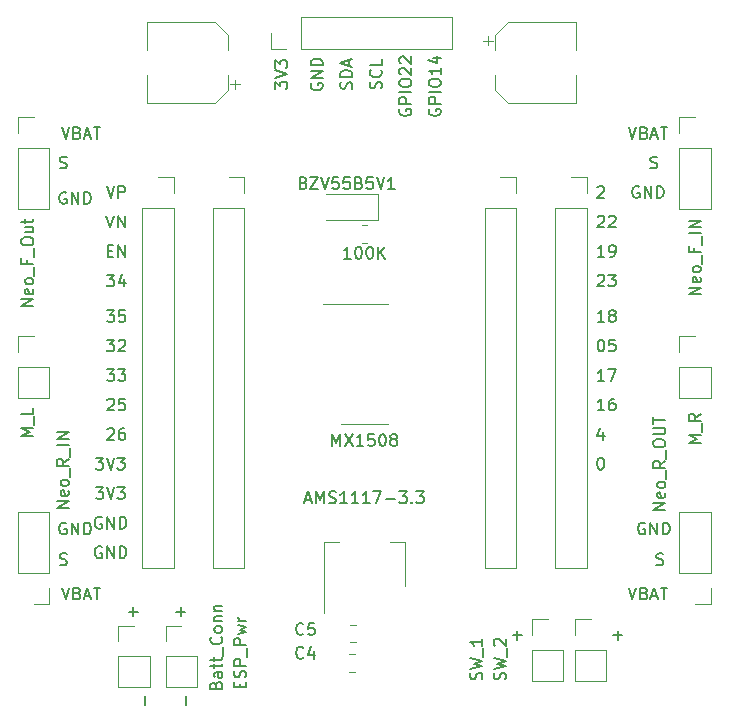
<source format=gbr>
%TF.GenerationSoftware,KiCad,Pcbnew,7.0.7*%
%TF.CreationDate,2023-10-05T17:02:33-03:00*%
%TF.ProjectId,ILLI_PCB,494c4c49-5f50-4434-922e-6b696361645f,rev?*%
%TF.SameCoordinates,Original*%
%TF.FileFunction,Legend,Top*%
%TF.FilePolarity,Positive*%
%FSLAX46Y46*%
G04 Gerber Fmt 4.6, Leading zero omitted, Abs format (unit mm)*
G04 Created by KiCad (PCBNEW 7.0.7) date 2023-10-05 17:02:33*
%MOMM*%
%LPD*%
G01*
G04 APERTURE LIST*
%ADD10C,0.150000*%
%ADD11C,0.120000*%
G04 APERTURE END LIST*
D10*
X114785713Y-126092800D02*
X114642856Y-126045180D01*
X114642856Y-126045180D02*
X114404761Y-126045180D01*
X114404761Y-126045180D02*
X114309523Y-126092800D01*
X114309523Y-126092800D02*
X114261904Y-126140419D01*
X114261904Y-126140419D02*
X114214285Y-126235657D01*
X114214285Y-126235657D02*
X114214285Y-126330895D01*
X114214285Y-126330895D02*
X114261904Y-126426133D01*
X114261904Y-126426133D02*
X114309523Y-126473752D01*
X114309523Y-126473752D02*
X114404761Y-126521371D01*
X114404761Y-126521371D02*
X114595237Y-126568990D01*
X114595237Y-126568990D02*
X114690475Y-126616609D01*
X114690475Y-126616609D02*
X114738094Y-126664228D01*
X114738094Y-126664228D02*
X114785713Y-126759466D01*
X114785713Y-126759466D02*
X114785713Y-126854704D01*
X114785713Y-126854704D02*
X114738094Y-126949942D01*
X114738094Y-126949942D02*
X114690475Y-126997561D01*
X114690475Y-126997561D02*
X114595237Y-127045180D01*
X114595237Y-127045180D02*
X114357142Y-127045180D01*
X114357142Y-127045180D02*
X114214285Y-126997561D01*
X114357143Y-128954819D02*
X114690476Y-129954819D01*
X114690476Y-129954819D02*
X115023809Y-128954819D01*
X115690476Y-129431009D02*
X115833333Y-129478628D01*
X115833333Y-129478628D02*
X115880952Y-129526247D01*
X115880952Y-129526247D02*
X115928571Y-129621485D01*
X115928571Y-129621485D02*
X115928571Y-129764342D01*
X115928571Y-129764342D02*
X115880952Y-129859580D01*
X115880952Y-129859580D02*
X115833333Y-129907200D01*
X115833333Y-129907200D02*
X115738095Y-129954819D01*
X115738095Y-129954819D02*
X115357143Y-129954819D01*
X115357143Y-129954819D02*
X115357143Y-128954819D01*
X115357143Y-128954819D02*
X115690476Y-128954819D01*
X115690476Y-128954819D02*
X115785714Y-129002438D01*
X115785714Y-129002438D02*
X115833333Y-129050057D01*
X115833333Y-129050057D02*
X115880952Y-129145295D01*
X115880952Y-129145295D02*
X115880952Y-129240533D01*
X115880952Y-129240533D02*
X115833333Y-129335771D01*
X115833333Y-129335771D02*
X115785714Y-129383390D01*
X115785714Y-129383390D02*
X115690476Y-129431009D01*
X115690476Y-129431009D02*
X115357143Y-129431009D01*
X116309524Y-129669104D02*
X116785714Y-129669104D01*
X116214286Y-129954819D02*
X116547619Y-128954819D01*
X116547619Y-128954819D02*
X116880952Y-129954819D01*
X117071429Y-128954819D02*
X117642857Y-128954819D01*
X117357143Y-129954819D02*
X117357143Y-128954819D01*
X114738095Y-123502438D02*
X114642857Y-123454819D01*
X114642857Y-123454819D02*
X114500000Y-123454819D01*
X114500000Y-123454819D02*
X114357143Y-123502438D01*
X114357143Y-123502438D02*
X114261905Y-123597676D01*
X114261905Y-123597676D02*
X114214286Y-123692914D01*
X114214286Y-123692914D02*
X114166667Y-123883390D01*
X114166667Y-123883390D02*
X114166667Y-124026247D01*
X114166667Y-124026247D02*
X114214286Y-124216723D01*
X114214286Y-124216723D02*
X114261905Y-124311961D01*
X114261905Y-124311961D02*
X114357143Y-124407200D01*
X114357143Y-124407200D02*
X114500000Y-124454819D01*
X114500000Y-124454819D02*
X114595238Y-124454819D01*
X114595238Y-124454819D02*
X114738095Y-124407200D01*
X114738095Y-124407200D02*
X114785714Y-124359580D01*
X114785714Y-124359580D02*
X114785714Y-124026247D01*
X114785714Y-124026247D02*
X114595238Y-124026247D01*
X115214286Y-124454819D02*
X115214286Y-123454819D01*
X115214286Y-123454819D02*
X115785714Y-124454819D01*
X115785714Y-124454819D02*
X115785714Y-123454819D01*
X116261905Y-124454819D02*
X116261905Y-123454819D01*
X116261905Y-123454819D02*
X116500000Y-123454819D01*
X116500000Y-123454819D02*
X116642857Y-123502438D01*
X116642857Y-123502438D02*
X116738095Y-123597676D01*
X116738095Y-123597676D02*
X116785714Y-123692914D01*
X116785714Y-123692914D02*
X116833333Y-123883390D01*
X116833333Y-123883390D02*
X116833333Y-124026247D01*
X116833333Y-124026247D02*
X116785714Y-124216723D01*
X116785714Y-124216723D02*
X116738095Y-124311961D01*
X116738095Y-124311961D02*
X116642857Y-124407200D01*
X116642857Y-124407200D02*
X116500000Y-124454819D01*
X116500000Y-124454819D02*
X116261905Y-124454819D01*
X114357143Y-89954819D02*
X114690476Y-90954819D01*
X114690476Y-90954819D02*
X115023809Y-89954819D01*
X115690476Y-90431009D02*
X115833333Y-90478628D01*
X115833333Y-90478628D02*
X115880952Y-90526247D01*
X115880952Y-90526247D02*
X115928571Y-90621485D01*
X115928571Y-90621485D02*
X115928571Y-90764342D01*
X115928571Y-90764342D02*
X115880952Y-90859580D01*
X115880952Y-90859580D02*
X115833333Y-90907200D01*
X115833333Y-90907200D02*
X115738095Y-90954819D01*
X115738095Y-90954819D02*
X115357143Y-90954819D01*
X115357143Y-90954819D02*
X115357143Y-89954819D01*
X115357143Y-89954819D02*
X115690476Y-89954819D01*
X115690476Y-89954819D02*
X115785714Y-90002438D01*
X115785714Y-90002438D02*
X115833333Y-90050057D01*
X115833333Y-90050057D02*
X115880952Y-90145295D01*
X115880952Y-90145295D02*
X115880952Y-90240533D01*
X115880952Y-90240533D02*
X115833333Y-90335771D01*
X115833333Y-90335771D02*
X115785714Y-90383390D01*
X115785714Y-90383390D02*
X115690476Y-90431009D01*
X115690476Y-90431009D02*
X115357143Y-90431009D01*
X116309524Y-90669104D02*
X116785714Y-90669104D01*
X116214286Y-90954819D02*
X116547619Y-89954819D01*
X116547619Y-89954819D02*
X116880952Y-90954819D01*
X117071429Y-89954819D02*
X117642857Y-89954819D01*
X117357143Y-90954819D02*
X117357143Y-89954819D01*
X114214286Y-93407200D02*
X114357143Y-93454819D01*
X114357143Y-93454819D02*
X114595238Y-93454819D01*
X114595238Y-93454819D02*
X114690476Y-93407200D01*
X114690476Y-93407200D02*
X114738095Y-93359580D01*
X114738095Y-93359580D02*
X114785714Y-93264342D01*
X114785714Y-93264342D02*
X114785714Y-93169104D01*
X114785714Y-93169104D02*
X114738095Y-93073866D01*
X114738095Y-93073866D02*
X114690476Y-93026247D01*
X114690476Y-93026247D02*
X114595238Y-92978628D01*
X114595238Y-92978628D02*
X114404762Y-92931009D01*
X114404762Y-92931009D02*
X114309524Y-92883390D01*
X114309524Y-92883390D02*
X114261905Y-92835771D01*
X114261905Y-92835771D02*
X114214286Y-92740533D01*
X114214286Y-92740533D02*
X114214286Y-92645295D01*
X114214286Y-92645295D02*
X114261905Y-92550057D01*
X114261905Y-92550057D02*
X114309524Y-92502438D01*
X114309524Y-92502438D02*
X114404762Y-92454819D01*
X114404762Y-92454819D02*
X114642857Y-92454819D01*
X114642857Y-92454819D02*
X114785714Y-92502438D01*
X114738095Y-95502438D02*
X114642857Y-95454819D01*
X114642857Y-95454819D02*
X114500000Y-95454819D01*
X114500000Y-95454819D02*
X114357143Y-95502438D01*
X114357143Y-95502438D02*
X114261905Y-95597676D01*
X114261905Y-95597676D02*
X114214286Y-95692914D01*
X114214286Y-95692914D02*
X114166667Y-95883390D01*
X114166667Y-95883390D02*
X114166667Y-96026247D01*
X114166667Y-96026247D02*
X114214286Y-96216723D01*
X114214286Y-96216723D02*
X114261905Y-96311961D01*
X114261905Y-96311961D02*
X114357143Y-96407200D01*
X114357143Y-96407200D02*
X114500000Y-96454819D01*
X114500000Y-96454819D02*
X114595238Y-96454819D01*
X114595238Y-96454819D02*
X114738095Y-96407200D01*
X114738095Y-96407200D02*
X114785714Y-96359580D01*
X114785714Y-96359580D02*
X114785714Y-96026247D01*
X114785714Y-96026247D02*
X114595238Y-96026247D01*
X115214286Y-96454819D02*
X115214286Y-95454819D01*
X115214286Y-95454819D02*
X115785714Y-96454819D01*
X115785714Y-96454819D02*
X115785714Y-95454819D01*
X116261905Y-96454819D02*
X116261905Y-95454819D01*
X116261905Y-95454819D02*
X116500000Y-95454819D01*
X116500000Y-95454819D02*
X116642857Y-95502438D01*
X116642857Y-95502438D02*
X116738095Y-95597676D01*
X116738095Y-95597676D02*
X116785714Y-95692914D01*
X116785714Y-95692914D02*
X116833333Y-95883390D01*
X116833333Y-95883390D02*
X116833333Y-96026247D01*
X116833333Y-96026247D02*
X116785714Y-96216723D01*
X116785714Y-96216723D02*
X116738095Y-96311961D01*
X116738095Y-96311961D02*
X116642857Y-96407200D01*
X116642857Y-96407200D02*
X116500000Y-96454819D01*
X116500000Y-96454819D02*
X116261905Y-96454819D01*
X117738095Y-125502438D02*
X117642857Y-125454819D01*
X117642857Y-125454819D02*
X117500000Y-125454819D01*
X117500000Y-125454819D02*
X117357143Y-125502438D01*
X117357143Y-125502438D02*
X117261905Y-125597676D01*
X117261905Y-125597676D02*
X117214286Y-125692914D01*
X117214286Y-125692914D02*
X117166667Y-125883390D01*
X117166667Y-125883390D02*
X117166667Y-126026247D01*
X117166667Y-126026247D02*
X117214286Y-126216723D01*
X117214286Y-126216723D02*
X117261905Y-126311961D01*
X117261905Y-126311961D02*
X117357143Y-126407200D01*
X117357143Y-126407200D02*
X117500000Y-126454819D01*
X117500000Y-126454819D02*
X117595238Y-126454819D01*
X117595238Y-126454819D02*
X117738095Y-126407200D01*
X117738095Y-126407200D02*
X117785714Y-126359580D01*
X117785714Y-126359580D02*
X117785714Y-126026247D01*
X117785714Y-126026247D02*
X117595238Y-126026247D01*
X118214286Y-126454819D02*
X118214286Y-125454819D01*
X118214286Y-125454819D02*
X118785714Y-126454819D01*
X118785714Y-126454819D02*
X118785714Y-125454819D01*
X119261905Y-126454819D02*
X119261905Y-125454819D01*
X119261905Y-125454819D02*
X119500000Y-125454819D01*
X119500000Y-125454819D02*
X119642857Y-125502438D01*
X119642857Y-125502438D02*
X119738095Y-125597676D01*
X119738095Y-125597676D02*
X119785714Y-125692914D01*
X119785714Y-125692914D02*
X119833333Y-125883390D01*
X119833333Y-125883390D02*
X119833333Y-126026247D01*
X119833333Y-126026247D02*
X119785714Y-126216723D01*
X119785714Y-126216723D02*
X119738095Y-126311961D01*
X119738095Y-126311961D02*
X119642857Y-126407200D01*
X119642857Y-126407200D02*
X119500000Y-126454819D01*
X119500000Y-126454819D02*
X119261905Y-126454819D01*
X117738095Y-123002438D02*
X117642857Y-122954819D01*
X117642857Y-122954819D02*
X117500000Y-122954819D01*
X117500000Y-122954819D02*
X117357143Y-123002438D01*
X117357143Y-123002438D02*
X117261905Y-123097676D01*
X117261905Y-123097676D02*
X117214286Y-123192914D01*
X117214286Y-123192914D02*
X117166667Y-123383390D01*
X117166667Y-123383390D02*
X117166667Y-123526247D01*
X117166667Y-123526247D02*
X117214286Y-123716723D01*
X117214286Y-123716723D02*
X117261905Y-123811961D01*
X117261905Y-123811961D02*
X117357143Y-123907200D01*
X117357143Y-123907200D02*
X117500000Y-123954819D01*
X117500000Y-123954819D02*
X117595238Y-123954819D01*
X117595238Y-123954819D02*
X117738095Y-123907200D01*
X117738095Y-123907200D02*
X117785714Y-123859580D01*
X117785714Y-123859580D02*
X117785714Y-123526247D01*
X117785714Y-123526247D02*
X117595238Y-123526247D01*
X118214286Y-123954819D02*
X118214286Y-122954819D01*
X118214286Y-122954819D02*
X118785714Y-123954819D01*
X118785714Y-123954819D02*
X118785714Y-122954819D01*
X119261905Y-123954819D02*
X119261905Y-122954819D01*
X119261905Y-122954819D02*
X119500000Y-122954819D01*
X119500000Y-122954819D02*
X119642857Y-123002438D01*
X119642857Y-123002438D02*
X119738095Y-123097676D01*
X119738095Y-123097676D02*
X119785714Y-123192914D01*
X119785714Y-123192914D02*
X119833333Y-123383390D01*
X119833333Y-123383390D02*
X119833333Y-123526247D01*
X119833333Y-123526247D02*
X119785714Y-123716723D01*
X119785714Y-123716723D02*
X119738095Y-123811961D01*
X119738095Y-123811961D02*
X119642857Y-123907200D01*
X119642857Y-123907200D02*
X119500000Y-123954819D01*
X119500000Y-123954819D02*
X119261905Y-123954819D01*
X117261905Y-120454819D02*
X117880952Y-120454819D01*
X117880952Y-120454819D02*
X117547619Y-120835771D01*
X117547619Y-120835771D02*
X117690476Y-120835771D01*
X117690476Y-120835771D02*
X117785714Y-120883390D01*
X117785714Y-120883390D02*
X117833333Y-120931009D01*
X117833333Y-120931009D02*
X117880952Y-121026247D01*
X117880952Y-121026247D02*
X117880952Y-121264342D01*
X117880952Y-121264342D02*
X117833333Y-121359580D01*
X117833333Y-121359580D02*
X117785714Y-121407200D01*
X117785714Y-121407200D02*
X117690476Y-121454819D01*
X117690476Y-121454819D02*
X117404762Y-121454819D01*
X117404762Y-121454819D02*
X117309524Y-121407200D01*
X117309524Y-121407200D02*
X117261905Y-121359580D01*
X118166667Y-120454819D02*
X118500000Y-121454819D01*
X118500000Y-121454819D02*
X118833333Y-120454819D01*
X119071429Y-120454819D02*
X119690476Y-120454819D01*
X119690476Y-120454819D02*
X119357143Y-120835771D01*
X119357143Y-120835771D02*
X119500000Y-120835771D01*
X119500000Y-120835771D02*
X119595238Y-120883390D01*
X119595238Y-120883390D02*
X119642857Y-120931009D01*
X119642857Y-120931009D02*
X119690476Y-121026247D01*
X119690476Y-121026247D02*
X119690476Y-121264342D01*
X119690476Y-121264342D02*
X119642857Y-121359580D01*
X119642857Y-121359580D02*
X119595238Y-121407200D01*
X119595238Y-121407200D02*
X119500000Y-121454819D01*
X119500000Y-121454819D02*
X119214286Y-121454819D01*
X119214286Y-121454819D02*
X119119048Y-121407200D01*
X119119048Y-121407200D02*
X119071429Y-121359580D01*
X117261905Y-117954819D02*
X117880952Y-117954819D01*
X117880952Y-117954819D02*
X117547619Y-118335771D01*
X117547619Y-118335771D02*
X117690476Y-118335771D01*
X117690476Y-118335771D02*
X117785714Y-118383390D01*
X117785714Y-118383390D02*
X117833333Y-118431009D01*
X117833333Y-118431009D02*
X117880952Y-118526247D01*
X117880952Y-118526247D02*
X117880952Y-118764342D01*
X117880952Y-118764342D02*
X117833333Y-118859580D01*
X117833333Y-118859580D02*
X117785714Y-118907200D01*
X117785714Y-118907200D02*
X117690476Y-118954819D01*
X117690476Y-118954819D02*
X117404762Y-118954819D01*
X117404762Y-118954819D02*
X117309524Y-118907200D01*
X117309524Y-118907200D02*
X117261905Y-118859580D01*
X118166667Y-117954819D02*
X118500000Y-118954819D01*
X118500000Y-118954819D02*
X118833333Y-117954819D01*
X119071429Y-117954819D02*
X119690476Y-117954819D01*
X119690476Y-117954819D02*
X119357143Y-118335771D01*
X119357143Y-118335771D02*
X119500000Y-118335771D01*
X119500000Y-118335771D02*
X119595238Y-118383390D01*
X119595238Y-118383390D02*
X119642857Y-118431009D01*
X119642857Y-118431009D02*
X119690476Y-118526247D01*
X119690476Y-118526247D02*
X119690476Y-118764342D01*
X119690476Y-118764342D02*
X119642857Y-118859580D01*
X119642857Y-118859580D02*
X119595238Y-118907200D01*
X119595238Y-118907200D02*
X119500000Y-118954819D01*
X119500000Y-118954819D02*
X119214286Y-118954819D01*
X119214286Y-118954819D02*
X119119048Y-118907200D01*
X119119048Y-118907200D02*
X119071429Y-118859580D01*
X118238095Y-113050057D02*
X118285714Y-113002438D01*
X118285714Y-113002438D02*
X118380952Y-112954819D01*
X118380952Y-112954819D02*
X118619047Y-112954819D01*
X118619047Y-112954819D02*
X118714285Y-113002438D01*
X118714285Y-113002438D02*
X118761904Y-113050057D01*
X118761904Y-113050057D02*
X118809523Y-113145295D01*
X118809523Y-113145295D02*
X118809523Y-113240533D01*
X118809523Y-113240533D02*
X118761904Y-113383390D01*
X118761904Y-113383390D02*
X118190476Y-113954819D01*
X118190476Y-113954819D02*
X118809523Y-113954819D01*
X119714285Y-112954819D02*
X119238095Y-112954819D01*
X119238095Y-112954819D02*
X119190476Y-113431009D01*
X119190476Y-113431009D02*
X119238095Y-113383390D01*
X119238095Y-113383390D02*
X119333333Y-113335771D01*
X119333333Y-113335771D02*
X119571428Y-113335771D01*
X119571428Y-113335771D02*
X119666666Y-113383390D01*
X119666666Y-113383390D02*
X119714285Y-113431009D01*
X119714285Y-113431009D02*
X119761904Y-113526247D01*
X119761904Y-113526247D02*
X119761904Y-113764342D01*
X119761904Y-113764342D02*
X119714285Y-113859580D01*
X119714285Y-113859580D02*
X119666666Y-113907200D01*
X119666666Y-113907200D02*
X119571428Y-113954819D01*
X119571428Y-113954819D02*
X119333333Y-113954819D01*
X119333333Y-113954819D02*
X119238095Y-113907200D01*
X119238095Y-113907200D02*
X119190476Y-113859580D01*
X118190476Y-110454819D02*
X118809523Y-110454819D01*
X118809523Y-110454819D02*
X118476190Y-110835771D01*
X118476190Y-110835771D02*
X118619047Y-110835771D01*
X118619047Y-110835771D02*
X118714285Y-110883390D01*
X118714285Y-110883390D02*
X118761904Y-110931009D01*
X118761904Y-110931009D02*
X118809523Y-111026247D01*
X118809523Y-111026247D02*
X118809523Y-111264342D01*
X118809523Y-111264342D02*
X118761904Y-111359580D01*
X118761904Y-111359580D02*
X118714285Y-111407200D01*
X118714285Y-111407200D02*
X118619047Y-111454819D01*
X118619047Y-111454819D02*
X118333333Y-111454819D01*
X118333333Y-111454819D02*
X118238095Y-111407200D01*
X118238095Y-111407200D02*
X118190476Y-111359580D01*
X119142857Y-110454819D02*
X119761904Y-110454819D01*
X119761904Y-110454819D02*
X119428571Y-110835771D01*
X119428571Y-110835771D02*
X119571428Y-110835771D01*
X119571428Y-110835771D02*
X119666666Y-110883390D01*
X119666666Y-110883390D02*
X119714285Y-110931009D01*
X119714285Y-110931009D02*
X119761904Y-111026247D01*
X119761904Y-111026247D02*
X119761904Y-111264342D01*
X119761904Y-111264342D02*
X119714285Y-111359580D01*
X119714285Y-111359580D02*
X119666666Y-111407200D01*
X119666666Y-111407200D02*
X119571428Y-111454819D01*
X119571428Y-111454819D02*
X119285714Y-111454819D01*
X119285714Y-111454819D02*
X119190476Y-111407200D01*
X119190476Y-111407200D02*
X119142857Y-111359580D01*
X118238095Y-115550057D02*
X118285714Y-115502438D01*
X118285714Y-115502438D02*
X118380952Y-115454819D01*
X118380952Y-115454819D02*
X118619047Y-115454819D01*
X118619047Y-115454819D02*
X118714285Y-115502438D01*
X118714285Y-115502438D02*
X118761904Y-115550057D01*
X118761904Y-115550057D02*
X118809523Y-115645295D01*
X118809523Y-115645295D02*
X118809523Y-115740533D01*
X118809523Y-115740533D02*
X118761904Y-115883390D01*
X118761904Y-115883390D02*
X118190476Y-116454819D01*
X118190476Y-116454819D02*
X118809523Y-116454819D01*
X119666666Y-115454819D02*
X119476190Y-115454819D01*
X119476190Y-115454819D02*
X119380952Y-115502438D01*
X119380952Y-115502438D02*
X119333333Y-115550057D01*
X119333333Y-115550057D02*
X119238095Y-115692914D01*
X119238095Y-115692914D02*
X119190476Y-115883390D01*
X119190476Y-115883390D02*
X119190476Y-116264342D01*
X119190476Y-116264342D02*
X119238095Y-116359580D01*
X119238095Y-116359580D02*
X119285714Y-116407200D01*
X119285714Y-116407200D02*
X119380952Y-116454819D01*
X119380952Y-116454819D02*
X119571428Y-116454819D01*
X119571428Y-116454819D02*
X119666666Y-116407200D01*
X119666666Y-116407200D02*
X119714285Y-116359580D01*
X119714285Y-116359580D02*
X119761904Y-116264342D01*
X119761904Y-116264342D02*
X119761904Y-116026247D01*
X119761904Y-116026247D02*
X119714285Y-115931009D01*
X119714285Y-115931009D02*
X119666666Y-115883390D01*
X119666666Y-115883390D02*
X119571428Y-115835771D01*
X119571428Y-115835771D02*
X119380952Y-115835771D01*
X119380952Y-115835771D02*
X119285714Y-115883390D01*
X119285714Y-115883390D02*
X119238095Y-115931009D01*
X119238095Y-115931009D02*
X119190476Y-116026247D01*
X118190476Y-107954819D02*
X118809523Y-107954819D01*
X118809523Y-107954819D02*
X118476190Y-108335771D01*
X118476190Y-108335771D02*
X118619047Y-108335771D01*
X118619047Y-108335771D02*
X118714285Y-108383390D01*
X118714285Y-108383390D02*
X118761904Y-108431009D01*
X118761904Y-108431009D02*
X118809523Y-108526247D01*
X118809523Y-108526247D02*
X118809523Y-108764342D01*
X118809523Y-108764342D02*
X118761904Y-108859580D01*
X118761904Y-108859580D02*
X118714285Y-108907200D01*
X118714285Y-108907200D02*
X118619047Y-108954819D01*
X118619047Y-108954819D02*
X118333333Y-108954819D01*
X118333333Y-108954819D02*
X118238095Y-108907200D01*
X118238095Y-108907200D02*
X118190476Y-108859580D01*
X119190476Y-108050057D02*
X119238095Y-108002438D01*
X119238095Y-108002438D02*
X119333333Y-107954819D01*
X119333333Y-107954819D02*
X119571428Y-107954819D01*
X119571428Y-107954819D02*
X119666666Y-108002438D01*
X119666666Y-108002438D02*
X119714285Y-108050057D01*
X119714285Y-108050057D02*
X119761904Y-108145295D01*
X119761904Y-108145295D02*
X119761904Y-108240533D01*
X119761904Y-108240533D02*
X119714285Y-108383390D01*
X119714285Y-108383390D02*
X119142857Y-108954819D01*
X119142857Y-108954819D02*
X119761904Y-108954819D01*
X118261905Y-100431009D02*
X118595238Y-100431009D01*
X118738095Y-100954819D02*
X118261905Y-100954819D01*
X118261905Y-100954819D02*
X118261905Y-99954819D01*
X118261905Y-99954819D02*
X118738095Y-99954819D01*
X119166667Y-100954819D02*
X119166667Y-99954819D01*
X119166667Y-99954819D02*
X119738095Y-100954819D01*
X119738095Y-100954819D02*
X119738095Y-99954819D01*
X118190476Y-105454819D02*
X118809523Y-105454819D01*
X118809523Y-105454819D02*
X118476190Y-105835771D01*
X118476190Y-105835771D02*
X118619047Y-105835771D01*
X118619047Y-105835771D02*
X118714285Y-105883390D01*
X118714285Y-105883390D02*
X118761904Y-105931009D01*
X118761904Y-105931009D02*
X118809523Y-106026247D01*
X118809523Y-106026247D02*
X118809523Y-106264342D01*
X118809523Y-106264342D02*
X118761904Y-106359580D01*
X118761904Y-106359580D02*
X118714285Y-106407200D01*
X118714285Y-106407200D02*
X118619047Y-106454819D01*
X118619047Y-106454819D02*
X118333333Y-106454819D01*
X118333333Y-106454819D02*
X118238095Y-106407200D01*
X118238095Y-106407200D02*
X118190476Y-106359580D01*
X119714285Y-105454819D02*
X119238095Y-105454819D01*
X119238095Y-105454819D02*
X119190476Y-105931009D01*
X119190476Y-105931009D02*
X119238095Y-105883390D01*
X119238095Y-105883390D02*
X119333333Y-105835771D01*
X119333333Y-105835771D02*
X119571428Y-105835771D01*
X119571428Y-105835771D02*
X119666666Y-105883390D01*
X119666666Y-105883390D02*
X119714285Y-105931009D01*
X119714285Y-105931009D02*
X119761904Y-106026247D01*
X119761904Y-106026247D02*
X119761904Y-106264342D01*
X119761904Y-106264342D02*
X119714285Y-106359580D01*
X119714285Y-106359580D02*
X119666666Y-106407200D01*
X119666666Y-106407200D02*
X119571428Y-106454819D01*
X119571428Y-106454819D02*
X119333333Y-106454819D01*
X119333333Y-106454819D02*
X119238095Y-106407200D01*
X119238095Y-106407200D02*
X119190476Y-106359580D01*
X118142857Y-97454819D02*
X118476190Y-98454819D01*
X118476190Y-98454819D02*
X118809523Y-97454819D01*
X119142857Y-98454819D02*
X119142857Y-97454819D01*
X119142857Y-97454819D02*
X119714285Y-98454819D01*
X119714285Y-98454819D02*
X119714285Y-97454819D01*
X118190476Y-102454819D02*
X118809523Y-102454819D01*
X118809523Y-102454819D02*
X118476190Y-102835771D01*
X118476190Y-102835771D02*
X118619047Y-102835771D01*
X118619047Y-102835771D02*
X118714285Y-102883390D01*
X118714285Y-102883390D02*
X118761904Y-102931009D01*
X118761904Y-102931009D02*
X118809523Y-103026247D01*
X118809523Y-103026247D02*
X118809523Y-103264342D01*
X118809523Y-103264342D02*
X118761904Y-103359580D01*
X118761904Y-103359580D02*
X118714285Y-103407200D01*
X118714285Y-103407200D02*
X118619047Y-103454819D01*
X118619047Y-103454819D02*
X118333333Y-103454819D01*
X118333333Y-103454819D02*
X118238095Y-103407200D01*
X118238095Y-103407200D02*
X118190476Y-103359580D01*
X119666666Y-102788152D02*
X119666666Y-103454819D01*
X119428571Y-102407200D02*
X119190476Y-103121485D01*
X119190476Y-103121485D02*
X119809523Y-103121485D01*
X118166667Y-94954819D02*
X118500000Y-95954819D01*
X118500000Y-95954819D02*
X118833333Y-94954819D01*
X119166667Y-95954819D02*
X119166667Y-94954819D01*
X119166667Y-94954819D02*
X119547619Y-94954819D01*
X119547619Y-94954819D02*
X119642857Y-95002438D01*
X119642857Y-95002438D02*
X119690476Y-95050057D01*
X119690476Y-95050057D02*
X119738095Y-95145295D01*
X119738095Y-95145295D02*
X119738095Y-95288152D01*
X119738095Y-95288152D02*
X119690476Y-95383390D01*
X119690476Y-95383390D02*
X119642857Y-95431009D01*
X119642857Y-95431009D02*
X119547619Y-95478628D01*
X119547619Y-95478628D02*
X119166667Y-95478628D01*
X164214286Y-93407200D02*
X164357143Y-93454819D01*
X164357143Y-93454819D02*
X164595238Y-93454819D01*
X164595238Y-93454819D02*
X164690476Y-93407200D01*
X164690476Y-93407200D02*
X164738095Y-93359580D01*
X164738095Y-93359580D02*
X164785714Y-93264342D01*
X164785714Y-93264342D02*
X164785714Y-93169104D01*
X164785714Y-93169104D02*
X164738095Y-93073866D01*
X164738095Y-93073866D02*
X164690476Y-93026247D01*
X164690476Y-93026247D02*
X164595238Y-92978628D01*
X164595238Y-92978628D02*
X164404762Y-92931009D01*
X164404762Y-92931009D02*
X164309524Y-92883390D01*
X164309524Y-92883390D02*
X164261905Y-92835771D01*
X164261905Y-92835771D02*
X164214286Y-92740533D01*
X164214286Y-92740533D02*
X164214286Y-92645295D01*
X164214286Y-92645295D02*
X164261905Y-92550057D01*
X164261905Y-92550057D02*
X164309524Y-92502438D01*
X164309524Y-92502438D02*
X164404762Y-92454819D01*
X164404762Y-92454819D02*
X164642857Y-92454819D01*
X164642857Y-92454819D02*
X164785714Y-92502438D01*
X163238095Y-95002438D02*
X163142857Y-94954819D01*
X163142857Y-94954819D02*
X163000000Y-94954819D01*
X163000000Y-94954819D02*
X162857143Y-95002438D01*
X162857143Y-95002438D02*
X162761905Y-95097676D01*
X162761905Y-95097676D02*
X162714286Y-95192914D01*
X162714286Y-95192914D02*
X162666667Y-95383390D01*
X162666667Y-95383390D02*
X162666667Y-95526247D01*
X162666667Y-95526247D02*
X162714286Y-95716723D01*
X162714286Y-95716723D02*
X162761905Y-95811961D01*
X162761905Y-95811961D02*
X162857143Y-95907200D01*
X162857143Y-95907200D02*
X163000000Y-95954819D01*
X163000000Y-95954819D02*
X163095238Y-95954819D01*
X163095238Y-95954819D02*
X163238095Y-95907200D01*
X163238095Y-95907200D02*
X163285714Y-95859580D01*
X163285714Y-95859580D02*
X163285714Y-95526247D01*
X163285714Y-95526247D02*
X163095238Y-95526247D01*
X163714286Y-95954819D02*
X163714286Y-94954819D01*
X163714286Y-94954819D02*
X164285714Y-95954819D01*
X164285714Y-95954819D02*
X164285714Y-94954819D01*
X164761905Y-95954819D02*
X164761905Y-94954819D01*
X164761905Y-94954819D02*
X165000000Y-94954819D01*
X165000000Y-94954819D02*
X165142857Y-95002438D01*
X165142857Y-95002438D02*
X165238095Y-95097676D01*
X165238095Y-95097676D02*
X165285714Y-95192914D01*
X165285714Y-95192914D02*
X165333333Y-95383390D01*
X165333333Y-95383390D02*
X165333333Y-95526247D01*
X165333333Y-95526247D02*
X165285714Y-95716723D01*
X165285714Y-95716723D02*
X165238095Y-95811961D01*
X165238095Y-95811961D02*
X165142857Y-95907200D01*
X165142857Y-95907200D02*
X165000000Y-95954819D01*
X165000000Y-95954819D02*
X164761905Y-95954819D01*
X162357143Y-89954819D02*
X162690476Y-90954819D01*
X162690476Y-90954819D02*
X163023809Y-89954819D01*
X163690476Y-90431009D02*
X163833333Y-90478628D01*
X163833333Y-90478628D02*
X163880952Y-90526247D01*
X163880952Y-90526247D02*
X163928571Y-90621485D01*
X163928571Y-90621485D02*
X163928571Y-90764342D01*
X163928571Y-90764342D02*
X163880952Y-90859580D01*
X163880952Y-90859580D02*
X163833333Y-90907200D01*
X163833333Y-90907200D02*
X163738095Y-90954819D01*
X163738095Y-90954819D02*
X163357143Y-90954819D01*
X163357143Y-90954819D02*
X163357143Y-89954819D01*
X163357143Y-89954819D02*
X163690476Y-89954819D01*
X163690476Y-89954819D02*
X163785714Y-90002438D01*
X163785714Y-90002438D02*
X163833333Y-90050057D01*
X163833333Y-90050057D02*
X163880952Y-90145295D01*
X163880952Y-90145295D02*
X163880952Y-90240533D01*
X163880952Y-90240533D02*
X163833333Y-90335771D01*
X163833333Y-90335771D02*
X163785714Y-90383390D01*
X163785714Y-90383390D02*
X163690476Y-90431009D01*
X163690476Y-90431009D02*
X163357143Y-90431009D01*
X164309524Y-90669104D02*
X164785714Y-90669104D01*
X164214286Y-90954819D02*
X164547619Y-89954819D01*
X164547619Y-89954819D02*
X164880952Y-90954819D01*
X165071429Y-89954819D02*
X165642857Y-89954819D01*
X165357143Y-90954819D02*
X165357143Y-89954819D01*
X163738095Y-123502438D02*
X163642857Y-123454819D01*
X163642857Y-123454819D02*
X163500000Y-123454819D01*
X163500000Y-123454819D02*
X163357143Y-123502438D01*
X163357143Y-123502438D02*
X163261905Y-123597676D01*
X163261905Y-123597676D02*
X163214286Y-123692914D01*
X163214286Y-123692914D02*
X163166667Y-123883390D01*
X163166667Y-123883390D02*
X163166667Y-124026247D01*
X163166667Y-124026247D02*
X163214286Y-124216723D01*
X163214286Y-124216723D02*
X163261905Y-124311961D01*
X163261905Y-124311961D02*
X163357143Y-124407200D01*
X163357143Y-124407200D02*
X163500000Y-124454819D01*
X163500000Y-124454819D02*
X163595238Y-124454819D01*
X163595238Y-124454819D02*
X163738095Y-124407200D01*
X163738095Y-124407200D02*
X163785714Y-124359580D01*
X163785714Y-124359580D02*
X163785714Y-124026247D01*
X163785714Y-124026247D02*
X163595238Y-124026247D01*
X164214286Y-124454819D02*
X164214286Y-123454819D01*
X164214286Y-123454819D02*
X164785714Y-124454819D01*
X164785714Y-124454819D02*
X164785714Y-123454819D01*
X165261905Y-124454819D02*
X165261905Y-123454819D01*
X165261905Y-123454819D02*
X165500000Y-123454819D01*
X165500000Y-123454819D02*
X165642857Y-123502438D01*
X165642857Y-123502438D02*
X165738095Y-123597676D01*
X165738095Y-123597676D02*
X165785714Y-123692914D01*
X165785714Y-123692914D02*
X165833333Y-123883390D01*
X165833333Y-123883390D02*
X165833333Y-124026247D01*
X165833333Y-124026247D02*
X165785714Y-124216723D01*
X165785714Y-124216723D02*
X165738095Y-124311961D01*
X165738095Y-124311961D02*
X165642857Y-124407200D01*
X165642857Y-124407200D02*
X165500000Y-124454819D01*
X165500000Y-124454819D02*
X165261905Y-124454819D01*
X162357143Y-128954819D02*
X162690476Y-129954819D01*
X162690476Y-129954819D02*
X163023809Y-128954819D01*
X163690476Y-129431009D02*
X163833333Y-129478628D01*
X163833333Y-129478628D02*
X163880952Y-129526247D01*
X163880952Y-129526247D02*
X163928571Y-129621485D01*
X163928571Y-129621485D02*
X163928571Y-129764342D01*
X163928571Y-129764342D02*
X163880952Y-129859580D01*
X163880952Y-129859580D02*
X163833333Y-129907200D01*
X163833333Y-129907200D02*
X163738095Y-129954819D01*
X163738095Y-129954819D02*
X163357143Y-129954819D01*
X163357143Y-129954819D02*
X163357143Y-128954819D01*
X163357143Y-128954819D02*
X163690476Y-128954819D01*
X163690476Y-128954819D02*
X163785714Y-129002438D01*
X163785714Y-129002438D02*
X163833333Y-129050057D01*
X163833333Y-129050057D02*
X163880952Y-129145295D01*
X163880952Y-129145295D02*
X163880952Y-129240533D01*
X163880952Y-129240533D02*
X163833333Y-129335771D01*
X163833333Y-129335771D02*
X163785714Y-129383390D01*
X163785714Y-129383390D02*
X163690476Y-129431009D01*
X163690476Y-129431009D02*
X163357143Y-129431009D01*
X164309524Y-129669104D02*
X164785714Y-129669104D01*
X164214286Y-129954819D02*
X164547619Y-128954819D01*
X164547619Y-128954819D02*
X164880952Y-129954819D01*
X165071429Y-128954819D02*
X165642857Y-128954819D01*
X165357143Y-129954819D02*
X165357143Y-128954819D01*
X165285713Y-126092800D02*
X165142856Y-126045180D01*
X165142856Y-126045180D02*
X164904761Y-126045180D01*
X164904761Y-126045180D02*
X164809523Y-126092800D01*
X164809523Y-126092800D02*
X164761904Y-126140419D01*
X164761904Y-126140419D02*
X164714285Y-126235657D01*
X164714285Y-126235657D02*
X164714285Y-126330895D01*
X164714285Y-126330895D02*
X164761904Y-126426133D01*
X164761904Y-126426133D02*
X164809523Y-126473752D01*
X164809523Y-126473752D02*
X164904761Y-126521371D01*
X164904761Y-126521371D02*
X165095237Y-126568990D01*
X165095237Y-126568990D02*
X165190475Y-126616609D01*
X165190475Y-126616609D02*
X165238094Y-126664228D01*
X165238094Y-126664228D02*
X165285713Y-126759466D01*
X165285713Y-126759466D02*
X165285713Y-126854704D01*
X165285713Y-126854704D02*
X165238094Y-126949942D01*
X165238094Y-126949942D02*
X165190475Y-126997561D01*
X165190475Y-126997561D02*
X165095237Y-127045180D01*
X165095237Y-127045180D02*
X164857142Y-127045180D01*
X164857142Y-127045180D02*
X164714285Y-126997561D01*
X159952381Y-117954819D02*
X160047619Y-117954819D01*
X160047619Y-117954819D02*
X160142857Y-118002438D01*
X160142857Y-118002438D02*
X160190476Y-118050057D01*
X160190476Y-118050057D02*
X160238095Y-118145295D01*
X160238095Y-118145295D02*
X160285714Y-118335771D01*
X160285714Y-118335771D02*
X160285714Y-118573866D01*
X160285714Y-118573866D02*
X160238095Y-118764342D01*
X160238095Y-118764342D02*
X160190476Y-118859580D01*
X160190476Y-118859580D02*
X160142857Y-118907200D01*
X160142857Y-118907200D02*
X160047619Y-118954819D01*
X160047619Y-118954819D02*
X159952381Y-118954819D01*
X159952381Y-118954819D02*
X159857143Y-118907200D01*
X159857143Y-118907200D02*
X159809524Y-118859580D01*
X159809524Y-118859580D02*
X159761905Y-118764342D01*
X159761905Y-118764342D02*
X159714286Y-118573866D01*
X159714286Y-118573866D02*
X159714286Y-118335771D01*
X159714286Y-118335771D02*
X159761905Y-118145295D01*
X159761905Y-118145295D02*
X159809524Y-118050057D01*
X159809524Y-118050057D02*
X159857143Y-118002438D01*
X159857143Y-118002438D02*
X159952381Y-117954819D01*
X160190476Y-115788152D02*
X160190476Y-116454819D01*
X159952381Y-115407200D02*
X159714286Y-116121485D01*
X159714286Y-116121485D02*
X160333333Y-116121485D01*
X160309523Y-113954819D02*
X159738095Y-113954819D01*
X160023809Y-113954819D02*
X160023809Y-112954819D01*
X160023809Y-112954819D02*
X159928571Y-113097676D01*
X159928571Y-113097676D02*
X159833333Y-113192914D01*
X159833333Y-113192914D02*
X159738095Y-113240533D01*
X161166666Y-112954819D02*
X160976190Y-112954819D01*
X160976190Y-112954819D02*
X160880952Y-113002438D01*
X160880952Y-113002438D02*
X160833333Y-113050057D01*
X160833333Y-113050057D02*
X160738095Y-113192914D01*
X160738095Y-113192914D02*
X160690476Y-113383390D01*
X160690476Y-113383390D02*
X160690476Y-113764342D01*
X160690476Y-113764342D02*
X160738095Y-113859580D01*
X160738095Y-113859580D02*
X160785714Y-113907200D01*
X160785714Y-113907200D02*
X160880952Y-113954819D01*
X160880952Y-113954819D02*
X161071428Y-113954819D01*
X161071428Y-113954819D02*
X161166666Y-113907200D01*
X161166666Y-113907200D02*
X161214285Y-113859580D01*
X161214285Y-113859580D02*
X161261904Y-113764342D01*
X161261904Y-113764342D02*
X161261904Y-113526247D01*
X161261904Y-113526247D02*
X161214285Y-113431009D01*
X161214285Y-113431009D02*
X161166666Y-113383390D01*
X161166666Y-113383390D02*
X161071428Y-113335771D01*
X161071428Y-113335771D02*
X160880952Y-113335771D01*
X160880952Y-113335771D02*
X160785714Y-113383390D01*
X160785714Y-113383390D02*
X160738095Y-113431009D01*
X160738095Y-113431009D02*
X160690476Y-113526247D01*
X160309523Y-111454819D02*
X159738095Y-111454819D01*
X160023809Y-111454819D02*
X160023809Y-110454819D01*
X160023809Y-110454819D02*
X159928571Y-110597676D01*
X159928571Y-110597676D02*
X159833333Y-110692914D01*
X159833333Y-110692914D02*
X159738095Y-110740533D01*
X160642857Y-110454819D02*
X161309523Y-110454819D01*
X161309523Y-110454819D02*
X160880952Y-111454819D01*
X159976190Y-107954819D02*
X160071428Y-107954819D01*
X160071428Y-107954819D02*
X160166666Y-108002438D01*
X160166666Y-108002438D02*
X160214285Y-108050057D01*
X160214285Y-108050057D02*
X160261904Y-108145295D01*
X160261904Y-108145295D02*
X160309523Y-108335771D01*
X160309523Y-108335771D02*
X160309523Y-108573866D01*
X160309523Y-108573866D02*
X160261904Y-108764342D01*
X160261904Y-108764342D02*
X160214285Y-108859580D01*
X160214285Y-108859580D02*
X160166666Y-108907200D01*
X160166666Y-108907200D02*
X160071428Y-108954819D01*
X160071428Y-108954819D02*
X159976190Y-108954819D01*
X159976190Y-108954819D02*
X159880952Y-108907200D01*
X159880952Y-108907200D02*
X159833333Y-108859580D01*
X159833333Y-108859580D02*
X159785714Y-108764342D01*
X159785714Y-108764342D02*
X159738095Y-108573866D01*
X159738095Y-108573866D02*
X159738095Y-108335771D01*
X159738095Y-108335771D02*
X159785714Y-108145295D01*
X159785714Y-108145295D02*
X159833333Y-108050057D01*
X159833333Y-108050057D02*
X159880952Y-108002438D01*
X159880952Y-108002438D02*
X159976190Y-107954819D01*
X161214285Y-107954819D02*
X160738095Y-107954819D01*
X160738095Y-107954819D02*
X160690476Y-108431009D01*
X160690476Y-108431009D02*
X160738095Y-108383390D01*
X160738095Y-108383390D02*
X160833333Y-108335771D01*
X160833333Y-108335771D02*
X161071428Y-108335771D01*
X161071428Y-108335771D02*
X161166666Y-108383390D01*
X161166666Y-108383390D02*
X161214285Y-108431009D01*
X161214285Y-108431009D02*
X161261904Y-108526247D01*
X161261904Y-108526247D02*
X161261904Y-108764342D01*
X161261904Y-108764342D02*
X161214285Y-108859580D01*
X161214285Y-108859580D02*
X161166666Y-108907200D01*
X161166666Y-108907200D02*
X161071428Y-108954819D01*
X161071428Y-108954819D02*
X160833333Y-108954819D01*
X160833333Y-108954819D02*
X160738095Y-108907200D01*
X160738095Y-108907200D02*
X160690476Y-108859580D01*
X160309523Y-106454819D02*
X159738095Y-106454819D01*
X160023809Y-106454819D02*
X160023809Y-105454819D01*
X160023809Y-105454819D02*
X159928571Y-105597676D01*
X159928571Y-105597676D02*
X159833333Y-105692914D01*
X159833333Y-105692914D02*
X159738095Y-105740533D01*
X160880952Y-105883390D02*
X160785714Y-105835771D01*
X160785714Y-105835771D02*
X160738095Y-105788152D01*
X160738095Y-105788152D02*
X160690476Y-105692914D01*
X160690476Y-105692914D02*
X160690476Y-105645295D01*
X160690476Y-105645295D02*
X160738095Y-105550057D01*
X160738095Y-105550057D02*
X160785714Y-105502438D01*
X160785714Y-105502438D02*
X160880952Y-105454819D01*
X160880952Y-105454819D02*
X161071428Y-105454819D01*
X161071428Y-105454819D02*
X161166666Y-105502438D01*
X161166666Y-105502438D02*
X161214285Y-105550057D01*
X161214285Y-105550057D02*
X161261904Y-105645295D01*
X161261904Y-105645295D02*
X161261904Y-105692914D01*
X161261904Y-105692914D02*
X161214285Y-105788152D01*
X161214285Y-105788152D02*
X161166666Y-105835771D01*
X161166666Y-105835771D02*
X161071428Y-105883390D01*
X161071428Y-105883390D02*
X160880952Y-105883390D01*
X160880952Y-105883390D02*
X160785714Y-105931009D01*
X160785714Y-105931009D02*
X160738095Y-105978628D01*
X160738095Y-105978628D02*
X160690476Y-106073866D01*
X160690476Y-106073866D02*
X160690476Y-106264342D01*
X160690476Y-106264342D02*
X160738095Y-106359580D01*
X160738095Y-106359580D02*
X160785714Y-106407200D01*
X160785714Y-106407200D02*
X160880952Y-106454819D01*
X160880952Y-106454819D02*
X161071428Y-106454819D01*
X161071428Y-106454819D02*
X161166666Y-106407200D01*
X161166666Y-106407200D02*
X161214285Y-106359580D01*
X161214285Y-106359580D02*
X161261904Y-106264342D01*
X161261904Y-106264342D02*
X161261904Y-106073866D01*
X161261904Y-106073866D02*
X161214285Y-105978628D01*
X161214285Y-105978628D02*
X161166666Y-105931009D01*
X161166666Y-105931009D02*
X161071428Y-105883390D01*
X159738095Y-102550057D02*
X159785714Y-102502438D01*
X159785714Y-102502438D02*
X159880952Y-102454819D01*
X159880952Y-102454819D02*
X160119047Y-102454819D01*
X160119047Y-102454819D02*
X160214285Y-102502438D01*
X160214285Y-102502438D02*
X160261904Y-102550057D01*
X160261904Y-102550057D02*
X160309523Y-102645295D01*
X160309523Y-102645295D02*
X160309523Y-102740533D01*
X160309523Y-102740533D02*
X160261904Y-102883390D01*
X160261904Y-102883390D02*
X159690476Y-103454819D01*
X159690476Y-103454819D02*
X160309523Y-103454819D01*
X160642857Y-102454819D02*
X161261904Y-102454819D01*
X161261904Y-102454819D02*
X160928571Y-102835771D01*
X160928571Y-102835771D02*
X161071428Y-102835771D01*
X161071428Y-102835771D02*
X161166666Y-102883390D01*
X161166666Y-102883390D02*
X161214285Y-102931009D01*
X161214285Y-102931009D02*
X161261904Y-103026247D01*
X161261904Y-103026247D02*
X161261904Y-103264342D01*
X161261904Y-103264342D02*
X161214285Y-103359580D01*
X161214285Y-103359580D02*
X161166666Y-103407200D01*
X161166666Y-103407200D02*
X161071428Y-103454819D01*
X161071428Y-103454819D02*
X160785714Y-103454819D01*
X160785714Y-103454819D02*
X160690476Y-103407200D01*
X160690476Y-103407200D02*
X160642857Y-103359580D01*
X160309523Y-100954819D02*
X159738095Y-100954819D01*
X160023809Y-100954819D02*
X160023809Y-99954819D01*
X160023809Y-99954819D02*
X159928571Y-100097676D01*
X159928571Y-100097676D02*
X159833333Y-100192914D01*
X159833333Y-100192914D02*
X159738095Y-100240533D01*
X160785714Y-100954819D02*
X160976190Y-100954819D01*
X160976190Y-100954819D02*
X161071428Y-100907200D01*
X161071428Y-100907200D02*
X161119047Y-100859580D01*
X161119047Y-100859580D02*
X161214285Y-100716723D01*
X161214285Y-100716723D02*
X161261904Y-100526247D01*
X161261904Y-100526247D02*
X161261904Y-100145295D01*
X161261904Y-100145295D02*
X161214285Y-100050057D01*
X161214285Y-100050057D02*
X161166666Y-100002438D01*
X161166666Y-100002438D02*
X161071428Y-99954819D01*
X161071428Y-99954819D02*
X160880952Y-99954819D01*
X160880952Y-99954819D02*
X160785714Y-100002438D01*
X160785714Y-100002438D02*
X160738095Y-100050057D01*
X160738095Y-100050057D02*
X160690476Y-100145295D01*
X160690476Y-100145295D02*
X160690476Y-100383390D01*
X160690476Y-100383390D02*
X160738095Y-100478628D01*
X160738095Y-100478628D02*
X160785714Y-100526247D01*
X160785714Y-100526247D02*
X160880952Y-100573866D01*
X160880952Y-100573866D02*
X161071428Y-100573866D01*
X161071428Y-100573866D02*
X161166666Y-100526247D01*
X161166666Y-100526247D02*
X161214285Y-100478628D01*
X161214285Y-100478628D02*
X161261904Y-100383390D01*
X159738095Y-97550057D02*
X159785714Y-97502438D01*
X159785714Y-97502438D02*
X159880952Y-97454819D01*
X159880952Y-97454819D02*
X160119047Y-97454819D01*
X160119047Y-97454819D02*
X160214285Y-97502438D01*
X160214285Y-97502438D02*
X160261904Y-97550057D01*
X160261904Y-97550057D02*
X160309523Y-97645295D01*
X160309523Y-97645295D02*
X160309523Y-97740533D01*
X160309523Y-97740533D02*
X160261904Y-97883390D01*
X160261904Y-97883390D02*
X159690476Y-98454819D01*
X159690476Y-98454819D02*
X160309523Y-98454819D01*
X160690476Y-97550057D02*
X160738095Y-97502438D01*
X160738095Y-97502438D02*
X160833333Y-97454819D01*
X160833333Y-97454819D02*
X161071428Y-97454819D01*
X161071428Y-97454819D02*
X161166666Y-97502438D01*
X161166666Y-97502438D02*
X161214285Y-97550057D01*
X161214285Y-97550057D02*
X161261904Y-97645295D01*
X161261904Y-97645295D02*
X161261904Y-97740533D01*
X161261904Y-97740533D02*
X161214285Y-97883390D01*
X161214285Y-97883390D02*
X160642857Y-98454819D01*
X160642857Y-98454819D02*
X161261904Y-98454819D01*
X159714286Y-95050057D02*
X159761905Y-95002438D01*
X159761905Y-95002438D02*
X159857143Y-94954819D01*
X159857143Y-94954819D02*
X160095238Y-94954819D01*
X160095238Y-94954819D02*
X160190476Y-95002438D01*
X160190476Y-95002438D02*
X160238095Y-95050057D01*
X160238095Y-95050057D02*
X160285714Y-95145295D01*
X160285714Y-95145295D02*
X160285714Y-95240533D01*
X160285714Y-95240533D02*
X160238095Y-95383390D01*
X160238095Y-95383390D02*
X159666667Y-95954819D01*
X159666667Y-95954819D02*
X160285714Y-95954819D01*
X145502438Y-88452380D02*
X145454819Y-88547618D01*
X145454819Y-88547618D02*
X145454819Y-88690475D01*
X145454819Y-88690475D02*
X145502438Y-88833332D01*
X145502438Y-88833332D02*
X145597676Y-88928570D01*
X145597676Y-88928570D02*
X145692914Y-88976189D01*
X145692914Y-88976189D02*
X145883390Y-89023808D01*
X145883390Y-89023808D02*
X146026247Y-89023808D01*
X146026247Y-89023808D02*
X146216723Y-88976189D01*
X146216723Y-88976189D02*
X146311961Y-88928570D01*
X146311961Y-88928570D02*
X146407200Y-88833332D01*
X146407200Y-88833332D02*
X146454819Y-88690475D01*
X146454819Y-88690475D02*
X146454819Y-88595237D01*
X146454819Y-88595237D02*
X146407200Y-88452380D01*
X146407200Y-88452380D02*
X146359580Y-88404761D01*
X146359580Y-88404761D02*
X146026247Y-88404761D01*
X146026247Y-88404761D02*
X146026247Y-88595237D01*
X146454819Y-87976189D02*
X145454819Y-87976189D01*
X145454819Y-87976189D02*
X145454819Y-87595237D01*
X145454819Y-87595237D02*
X145502438Y-87499999D01*
X145502438Y-87499999D02*
X145550057Y-87452380D01*
X145550057Y-87452380D02*
X145645295Y-87404761D01*
X145645295Y-87404761D02*
X145788152Y-87404761D01*
X145788152Y-87404761D02*
X145883390Y-87452380D01*
X145883390Y-87452380D02*
X145931009Y-87499999D01*
X145931009Y-87499999D02*
X145978628Y-87595237D01*
X145978628Y-87595237D02*
X145978628Y-87976189D01*
X146454819Y-86976189D02*
X145454819Y-86976189D01*
X145454819Y-86309523D02*
X145454819Y-86119047D01*
X145454819Y-86119047D02*
X145502438Y-86023809D01*
X145502438Y-86023809D02*
X145597676Y-85928571D01*
X145597676Y-85928571D02*
X145788152Y-85880952D01*
X145788152Y-85880952D02*
X146121485Y-85880952D01*
X146121485Y-85880952D02*
X146311961Y-85928571D01*
X146311961Y-85928571D02*
X146407200Y-86023809D01*
X146407200Y-86023809D02*
X146454819Y-86119047D01*
X146454819Y-86119047D02*
X146454819Y-86309523D01*
X146454819Y-86309523D02*
X146407200Y-86404761D01*
X146407200Y-86404761D02*
X146311961Y-86499999D01*
X146311961Y-86499999D02*
X146121485Y-86547618D01*
X146121485Y-86547618D02*
X145788152Y-86547618D01*
X145788152Y-86547618D02*
X145597676Y-86499999D01*
X145597676Y-86499999D02*
X145502438Y-86404761D01*
X145502438Y-86404761D02*
X145454819Y-86309523D01*
X146454819Y-84928571D02*
X146454819Y-85499999D01*
X146454819Y-85214285D02*
X145454819Y-85214285D01*
X145454819Y-85214285D02*
X145597676Y-85309523D01*
X145597676Y-85309523D02*
X145692914Y-85404761D01*
X145692914Y-85404761D02*
X145740533Y-85499999D01*
X145788152Y-84071428D02*
X146454819Y-84071428D01*
X145407200Y-84309523D02*
X146121485Y-84547618D01*
X146121485Y-84547618D02*
X146121485Y-83928571D01*
X143002438Y-88452380D02*
X142954819Y-88547618D01*
X142954819Y-88547618D02*
X142954819Y-88690475D01*
X142954819Y-88690475D02*
X143002438Y-88833332D01*
X143002438Y-88833332D02*
X143097676Y-88928570D01*
X143097676Y-88928570D02*
X143192914Y-88976189D01*
X143192914Y-88976189D02*
X143383390Y-89023808D01*
X143383390Y-89023808D02*
X143526247Y-89023808D01*
X143526247Y-89023808D02*
X143716723Y-88976189D01*
X143716723Y-88976189D02*
X143811961Y-88928570D01*
X143811961Y-88928570D02*
X143907200Y-88833332D01*
X143907200Y-88833332D02*
X143954819Y-88690475D01*
X143954819Y-88690475D02*
X143954819Y-88595237D01*
X143954819Y-88595237D02*
X143907200Y-88452380D01*
X143907200Y-88452380D02*
X143859580Y-88404761D01*
X143859580Y-88404761D02*
X143526247Y-88404761D01*
X143526247Y-88404761D02*
X143526247Y-88595237D01*
X143954819Y-87976189D02*
X142954819Y-87976189D01*
X142954819Y-87976189D02*
X142954819Y-87595237D01*
X142954819Y-87595237D02*
X143002438Y-87499999D01*
X143002438Y-87499999D02*
X143050057Y-87452380D01*
X143050057Y-87452380D02*
X143145295Y-87404761D01*
X143145295Y-87404761D02*
X143288152Y-87404761D01*
X143288152Y-87404761D02*
X143383390Y-87452380D01*
X143383390Y-87452380D02*
X143431009Y-87499999D01*
X143431009Y-87499999D02*
X143478628Y-87595237D01*
X143478628Y-87595237D02*
X143478628Y-87976189D01*
X143954819Y-86976189D02*
X142954819Y-86976189D01*
X142954819Y-86309523D02*
X142954819Y-86119047D01*
X142954819Y-86119047D02*
X143002438Y-86023809D01*
X143002438Y-86023809D02*
X143097676Y-85928571D01*
X143097676Y-85928571D02*
X143288152Y-85880952D01*
X143288152Y-85880952D02*
X143621485Y-85880952D01*
X143621485Y-85880952D02*
X143811961Y-85928571D01*
X143811961Y-85928571D02*
X143907200Y-86023809D01*
X143907200Y-86023809D02*
X143954819Y-86119047D01*
X143954819Y-86119047D02*
X143954819Y-86309523D01*
X143954819Y-86309523D02*
X143907200Y-86404761D01*
X143907200Y-86404761D02*
X143811961Y-86499999D01*
X143811961Y-86499999D02*
X143621485Y-86547618D01*
X143621485Y-86547618D02*
X143288152Y-86547618D01*
X143288152Y-86547618D02*
X143097676Y-86499999D01*
X143097676Y-86499999D02*
X143002438Y-86404761D01*
X143002438Y-86404761D02*
X142954819Y-86309523D01*
X143050057Y-85499999D02*
X143002438Y-85452380D01*
X143002438Y-85452380D02*
X142954819Y-85357142D01*
X142954819Y-85357142D02*
X142954819Y-85119047D01*
X142954819Y-85119047D02*
X143002438Y-85023809D01*
X143002438Y-85023809D02*
X143050057Y-84976190D01*
X143050057Y-84976190D02*
X143145295Y-84928571D01*
X143145295Y-84928571D02*
X143240533Y-84928571D01*
X143240533Y-84928571D02*
X143383390Y-84976190D01*
X143383390Y-84976190D02*
X143954819Y-85547618D01*
X143954819Y-85547618D02*
X143954819Y-84928571D01*
X143050057Y-84547618D02*
X143002438Y-84499999D01*
X143002438Y-84499999D02*
X142954819Y-84404761D01*
X142954819Y-84404761D02*
X142954819Y-84166666D01*
X142954819Y-84166666D02*
X143002438Y-84071428D01*
X143002438Y-84071428D02*
X143050057Y-84023809D01*
X143050057Y-84023809D02*
X143145295Y-83976190D01*
X143145295Y-83976190D02*
X143240533Y-83976190D01*
X143240533Y-83976190D02*
X143383390Y-84023809D01*
X143383390Y-84023809D02*
X143954819Y-84595237D01*
X143954819Y-84595237D02*
X143954819Y-83976190D01*
X141407200Y-86690475D02*
X141454819Y-86547618D01*
X141454819Y-86547618D02*
X141454819Y-86309523D01*
X141454819Y-86309523D02*
X141407200Y-86214285D01*
X141407200Y-86214285D02*
X141359580Y-86166666D01*
X141359580Y-86166666D02*
X141264342Y-86119047D01*
X141264342Y-86119047D02*
X141169104Y-86119047D01*
X141169104Y-86119047D02*
X141073866Y-86166666D01*
X141073866Y-86166666D02*
X141026247Y-86214285D01*
X141026247Y-86214285D02*
X140978628Y-86309523D01*
X140978628Y-86309523D02*
X140931009Y-86499999D01*
X140931009Y-86499999D02*
X140883390Y-86595237D01*
X140883390Y-86595237D02*
X140835771Y-86642856D01*
X140835771Y-86642856D02*
X140740533Y-86690475D01*
X140740533Y-86690475D02*
X140645295Y-86690475D01*
X140645295Y-86690475D02*
X140550057Y-86642856D01*
X140550057Y-86642856D02*
X140502438Y-86595237D01*
X140502438Y-86595237D02*
X140454819Y-86499999D01*
X140454819Y-86499999D02*
X140454819Y-86261904D01*
X140454819Y-86261904D02*
X140502438Y-86119047D01*
X141359580Y-85119047D02*
X141407200Y-85166666D01*
X141407200Y-85166666D02*
X141454819Y-85309523D01*
X141454819Y-85309523D02*
X141454819Y-85404761D01*
X141454819Y-85404761D02*
X141407200Y-85547618D01*
X141407200Y-85547618D02*
X141311961Y-85642856D01*
X141311961Y-85642856D02*
X141216723Y-85690475D01*
X141216723Y-85690475D02*
X141026247Y-85738094D01*
X141026247Y-85738094D02*
X140883390Y-85738094D01*
X140883390Y-85738094D02*
X140692914Y-85690475D01*
X140692914Y-85690475D02*
X140597676Y-85642856D01*
X140597676Y-85642856D02*
X140502438Y-85547618D01*
X140502438Y-85547618D02*
X140454819Y-85404761D01*
X140454819Y-85404761D02*
X140454819Y-85309523D01*
X140454819Y-85309523D02*
X140502438Y-85166666D01*
X140502438Y-85166666D02*
X140550057Y-85119047D01*
X141454819Y-84214285D02*
X141454819Y-84690475D01*
X141454819Y-84690475D02*
X140454819Y-84690475D01*
X138907200Y-86714285D02*
X138954819Y-86571428D01*
X138954819Y-86571428D02*
X138954819Y-86333333D01*
X138954819Y-86333333D02*
X138907200Y-86238095D01*
X138907200Y-86238095D02*
X138859580Y-86190476D01*
X138859580Y-86190476D02*
X138764342Y-86142857D01*
X138764342Y-86142857D02*
X138669104Y-86142857D01*
X138669104Y-86142857D02*
X138573866Y-86190476D01*
X138573866Y-86190476D02*
X138526247Y-86238095D01*
X138526247Y-86238095D02*
X138478628Y-86333333D01*
X138478628Y-86333333D02*
X138431009Y-86523809D01*
X138431009Y-86523809D02*
X138383390Y-86619047D01*
X138383390Y-86619047D02*
X138335771Y-86666666D01*
X138335771Y-86666666D02*
X138240533Y-86714285D01*
X138240533Y-86714285D02*
X138145295Y-86714285D01*
X138145295Y-86714285D02*
X138050057Y-86666666D01*
X138050057Y-86666666D02*
X138002438Y-86619047D01*
X138002438Y-86619047D02*
X137954819Y-86523809D01*
X137954819Y-86523809D02*
X137954819Y-86285714D01*
X137954819Y-86285714D02*
X138002438Y-86142857D01*
X138954819Y-85714285D02*
X137954819Y-85714285D01*
X137954819Y-85714285D02*
X137954819Y-85476190D01*
X137954819Y-85476190D02*
X138002438Y-85333333D01*
X138002438Y-85333333D02*
X138097676Y-85238095D01*
X138097676Y-85238095D02*
X138192914Y-85190476D01*
X138192914Y-85190476D02*
X138383390Y-85142857D01*
X138383390Y-85142857D02*
X138526247Y-85142857D01*
X138526247Y-85142857D02*
X138716723Y-85190476D01*
X138716723Y-85190476D02*
X138811961Y-85238095D01*
X138811961Y-85238095D02*
X138907200Y-85333333D01*
X138907200Y-85333333D02*
X138954819Y-85476190D01*
X138954819Y-85476190D02*
X138954819Y-85714285D01*
X138669104Y-84761904D02*
X138669104Y-84285714D01*
X138954819Y-84857142D02*
X137954819Y-84523809D01*
X137954819Y-84523809D02*
X138954819Y-84190476D01*
X135502438Y-86261904D02*
X135454819Y-86357142D01*
X135454819Y-86357142D02*
X135454819Y-86499999D01*
X135454819Y-86499999D02*
X135502438Y-86642856D01*
X135502438Y-86642856D02*
X135597676Y-86738094D01*
X135597676Y-86738094D02*
X135692914Y-86785713D01*
X135692914Y-86785713D02*
X135883390Y-86833332D01*
X135883390Y-86833332D02*
X136026247Y-86833332D01*
X136026247Y-86833332D02*
X136216723Y-86785713D01*
X136216723Y-86785713D02*
X136311961Y-86738094D01*
X136311961Y-86738094D02*
X136407200Y-86642856D01*
X136407200Y-86642856D02*
X136454819Y-86499999D01*
X136454819Y-86499999D02*
X136454819Y-86404761D01*
X136454819Y-86404761D02*
X136407200Y-86261904D01*
X136407200Y-86261904D02*
X136359580Y-86214285D01*
X136359580Y-86214285D02*
X136026247Y-86214285D01*
X136026247Y-86214285D02*
X136026247Y-86404761D01*
X136454819Y-85785713D02*
X135454819Y-85785713D01*
X135454819Y-85785713D02*
X136454819Y-85214285D01*
X136454819Y-85214285D02*
X135454819Y-85214285D01*
X136454819Y-84738094D02*
X135454819Y-84738094D01*
X135454819Y-84738094D02*
X135454819Y-84499999D01*
X135454819Y-84499999D02*
X135502438Y-84357142D01*
X135502438Y-84357142D02*
X135597676Y-84261904D01*
X135597676Y-84261904D02*
X135692914Y-84214285D01*
X135692914Y-84214285D02*
X135883390Y-84166666D01*
X135883390Y-84166666D02*
X136026247Y-84166666D01*
X136026247Y-84166666D02*
X136216723Y-84214285D01*
X136216723Y-84214285D02*
X136311961Y-84261904D01*
X136311961Y-84261904D02*
X136407200Y-84357142D01*
X136407200Y-84357142D02*
X136454819Y-84499999D01*
X136454819Y-84499999D02*
X136454819Y-84738094D01*
X132454819Y-86738094D02*
X132454819Y-86119047D01*
X132454819Y-86119047D02*
X132835771Y-86452380D01*
X132835771Y-86452380D02*
X132835771Y-86309523D01*
X132835771Y-86309523D02*
X132883390Y-86214285D01*
X132883390Y-86214285D02*
X132931009Y-86166666D01*
X132931009Y-86166666D02*
X133026247Y-86119047D01*
X133026247Y-86119047D02*
X133264342Y-86119047D01*
X133264342Y-86119047D02*
X133359580Y-86166666D01*
X133359580Y-86166666D02*
X133407200Y-86214285D01*
X133407200Y-86214285D02*
X133454819Y-86309523D01*
X133454819Y-86309523D02*
X133454819Y-86595237D01*
X133454819Y-86595237D02*
X133407200Y-86690475D01*
X133407200Y-86690475D02*
X133359580Y-86738094D01*
X132454819Y-85833332D02*
X133454819Y-85499999D01*
X133454819Y-85499999D02*
X132454819Y-85166666D01*
X132454819Y-84928570D02*
X132454819Y-84309523D01*
X132454819Y-84309523D02*
X132835771Y-84642856D01*
X132835771Y-84642856D02*
X132835771Y-84499999D01*
X132835771Y-84499999D02*
X132883390Y-84404761D01*
X132883390Y-84404761D02*
X132931009Y-84357142D01*
X132931009Y-84357142D02*
X133026247Y-84309523D01*
X133026247Y-84309523D02*
X133264342Y-84309523D01*
X133264342Y-84309523D02*
X133359580Y-84357142D01*
X133359580Y-84357142D02*
X133407200Y-84404761D01*
X133407200Y-84404761D02*
X133454819Y-84499999D01*
X133454819Y-84499999D02*
X133454819Y-84785713D01*
X133454819Y-84785713D02*
X133407200Y-84880951D01*
X133407200Y-84880951D02*
X133359580Y-84928570D01*
X161426133Y-132619048D02*
X161426133Y-133380953D01*
X161045180Y-133000000D02*
X161807085Y-133000000D01*
X152926133Y-132619048D02*
X152926133Y-133380953D01*
X152545180Y-133000000D02*
X153307085Y-133000000D01*
X121426133Y-138119048D02*
X121426133Y-138880953D01*
X124426133Y-130619048D02*
X124426133Y-131380953D01*
X124045180Y-131000000D02*
X124807085Y-131000000D01*
X120426133Y-130619048D02*
X120426133Y-131380953D01*
X120045180Y-131000000D02*
X120807085Y-131000000D01*
X124926133Y-138119048D02*
X124926133Y-138880953D01*
X129431009Y-137404761D02*
X129431009Y-137071428D01*
X129954819Y-136928571D02*
X129954819Y-137404761D01*
X129954819Y-137404761D02*
X128954819Y-137404761D01*
X128954819Y-137404761D02*
X128954819Y-136928571D01*
X129907200Y-136547618D02*
X129954819Y-136404761D01*
X129954819Y-136404761D02*
X129954819Y-136166666D01*
X129954819Y-136166666D02*
X129907200Y-136071428D01*
X129907200Y-136071428D02*
X129859580Y-136023809D01*
X129859580Y-136023809D02*
X129764342Y-135976190D01*
X129764342Y-135976190D02*
X129669104Y-135976190D01*
X129669104Y-135976190D02*
X129573866Y-136023809D01*
X129573866Y-136023809D02*
X129526247Y-136071428D01*
X129526247Y-136071428D02*
X129478628Y-136166666D01*
X129478628Y-136166666D02*
X129431009Y-136357142D01*
X129431009Y-136357142D02*
X129383390Y-136452380D01*
X129383390Y-136452380D02*
X129335771Y-136499999D01*
X129335771Y-136499999D02*
X129240533Y-136547618D01*
X129240533Y-136547618D02*
X129145295Y-136547618D01*
X129145295Y-136547618D02*
X129050057Y-136499999D01*
X129050057Y-136499999D02*
X129002438Y-136452380D01*
X129002438Y-136452380D02*
X128954819Y-136357142D01*
X128954819Y-136357142D02*
X128954819Y-136119047D01*
X128954819Y-136119047D02*
X129002438Y-135976190D01*
X129954819Y-135547618D02*
X128954819Y-135547618D01*
X128954819Y-135547618D02*
X128954819Y-135166666D01*
X128954819Y-135166666D02*
X129002438Y-135071428D01*
X129002438Y-135071428D02*
X129050057Y-135023809D01*
X129050057Y-135023809D02*
X129145295Y-134976190D01*
X129145295Y-134976190D02*
X129288152Y-134976190D01*
X129288152Y-134976190D02*
X129383390Y-135023809D01*
X129383390Y-135023809D02*
X129431009Y-135071428D01*
X129431009Y-135071428D02*
X129478628Y-135166666D01*
X129478628Y-135166666D02*
X129478628Y-135547618D01*
X130050057Y-134785714D02*
X130050057Y-134023809D01*
X129954819Y-133785713D02*
X128954819Y-133785713D01*
X128954819Y-133785713D02*
X128954819Y-133404761D01*
X128954819Y-133404761D02*
X129002438Y-133309523D01*
X129002438Y-133309523D02*
X129050057Y-133261904D01*
X129050057Y-133261904D02*
X129145295Y-133214285D01*
X129145295Y-133214285D02*
X129288152Y-133214285D01*
X129288152Y-133214285D02*
X129383390Y-133261904D01*
X129383390Y-133261904D02*
X129431009Y-133309523D01*
X129431009Y-133309523D02*
X129478628Y-133404761D01*
X129478628Y-133404761D02*
X129478628Y-133785713D01*
X129288152Y-132880951D02*
X129954819Y-132690475D01*
X129954819Y-132690475D02*
X129478628Y-132499999D01*
X129478628Y-132499999D02*
X129954819Y-132309523D01*
X129954819Y-132309523D02*
X129288152Y-132119047D01*
X129954819Y-131738094D02*
X129288152Y-131738094D01*
X129478628Y-131738094D02*
X129383390Y-131690475D01*
X129383390Y-131690475D02*
X129335771Y-131642856D01*
X129335771Y-131642856D02*
X129288152Y-131547618D01*
X129288152Y-131547618D02*
X129288152Y-131452380D01*
X151907200Y-136714285D02*
X151954819Y-136571428D01*
X151954819Y-136571428D02*
X151954819Y-136333333D01*
X151954819Y-136333333D02*
X151907200Y-136238095D01*
X151907200Y-136238095D02*
X151859580Y-136190476D01*
X151859580Y-136190476D02*
X151764342Y-136142857D01*
X151764342Y-136142857D02*
X151669104Y-136142857D01*
X151669104Y-136142857D02*
X151573866Y-136190476D01*
X151573866Y-136190476D02*
X151526247Y-136238095D01*
X151526247Y-136238095D02*
X151478628Y-136333333D01*
X151478628Y-136333333D02*
X151431009Y-136523809D01*
X151431009Y-136523809D02*
X151383390Y-136619047D01*
X151383390Y-136619047D02*
X151335771Y-136666666D01*
X151335771Y-136666666D02*
X151240533Y-136714285D01*
X151240533Y-136714285D02*
X151145295Y-136714285D01*
X151145295Y-136714285D02*
X151050057Y-136666666D01*
X151050057Y-136666666D02*
X151002438Y-136619047D01*
X151002438Y-136619047D02*
X150954819Y-136523809D01*
X150954819Y-136523809D02*
X150954819Y-136285714D01*
X150954819Y-136285714D02*
X151002438Y-136142857D01*
X150954819Y-135809523D02*
X151954819Y-135571428D01*
X151954819Y-135571428D02*
X151240533Y-135380952D01*
X151240533Y-135380952D02*
X151954819Y-135190476D01*
X151954819Y-135190476D02*
X150954819Y-134952381D01*
X152050057Y-134809524D02*
X152050057Y-134047619D01*
X151050057Y-133857142D02*
X151002438Y-133809523D01*
X151002438Y-133809523D02*
X150954819Y-133714285D01*
X150954819Y-133714285D02*
X150954819Y-133476190D01*
X150954819Y-133476190D02*
X151002438Y-133380952D01*
X151002438Y-133380952D02*
X151050057Y-133333333D01*
X151050057Y-133333333D02*
X151145295Y-133285714D01*
X151145295Y-133285714D02*
X151240533Y-133285714D01*
X151240533Y-133285714D02*
X151383390Y-133333333D01*
X151383390Y-133333333D02*
X151954819Y-133904761D01*
X151954819Y-133904761D02*
X151954819Y-133285714D01*
X149907200Y-136714285D02*
X149954819Y-136571428D01*
X149954819Y-136571428D02*
X149954819Y-136333333D01*
X149954819Y-136333333D02*
X149907200Y-136238095D01*
X149907200Y-136238095D02*
X149859580Y-136190476D01*
X149859580Y-136190476D02*
X149764342Y-136142857D01*
X149764342Y-136142857D02*
X149669104Y-136142857D01*
X149669104Y-136142857D02*
X149573866Y-136190476D01*
X149573866Y-136190476D02*
X149526247Y-136238095D01*
X149526247Y-136238095D02*
X149478628Y-136333333D01*
X149478628Y-136333333D02*
X149431009Y-136523809D01*
X149431009Y-136523809D02*
X149383390Y-136619047D01*
X149383390Y-136619047D02*
X149335771Y-136666666D01*
X149335771Y-136666666D02*
X149240533Y-136714285D01*
X149240533Y-136714285D02*
X149145295Y-136714285D01*
X149145295Y-136714285D02*
X149050057Y-136666666D01*
X149050057Y-136666666D02*
X149002438Y-136619047D01*
X149002438Y-136619047D02*
X148954819Y-136523809D01*
X148954819Y-136523809D02*
X148954819Y-136285714D01*
X148954819Y-136285714D02*
X149002438Y-136142857D01*
X148954819Y-135809523D02*
X149954819Y-135571428D01*
X149954819Y-135571428D02*
X149240533Y-135380952D01*
X149240533Y-135380952D02*
X149954819Y-135190476D01*
X149954819Y-135190476D02*
X148954819Y-134952381D01*
X150050057Y-134809524D02*
X150050057Y-134047619D01*
X149954819Y-133285714D02*
X149954819Y-133857142D01*
X149954819Y-133571428D02*
X148954819Y-133571428D01*
X148954819Y-133571428D02*
X149097676Y-133666666D01*
X149097676Y-133666666D02*
X149192914Y-133761904D01*
X149192914Y-133761904D02*
X149240533Y-133857142D01*
X168454819Y-116714285D02*
X167454819Y-116714285D01*
X167454819Y-116714285D02*
X168169104Y-116380952D01*
X168169104Y-116380952D02*
X167454819Y-116047619D01*
X167454819Y-116047619D02*
X168454819Y-116047619D01*
X168550057Y-115809524D02*
X168550057Y-115047619D01*
X168454819Y-114238095D02*
X167978628Y-114571428D01*
X168454819Y-114809523D02*
X167454819Y-114809523D01*
X167454819Y-114809523D02*
X167454819Y-114428571D01*
X167454819Y-114428571D02*
X167502438Y-114333333D01*
X167502438Y-114333333D02*
X167550057Y-114285714D01*
X167550057Y-114285714D02*
X167645295Y-114238095D01*
X167645295Y-114238095D02*
X167788152Y-114238095D01*
X167788152Y-114238095D02*
X167883390Y-114285714D01*
X167883390Y-114285714D02*
X167931009Y-114333333D01*
X167931009Y-114333333D02*
X167978628Y-114428571D01*
X167978628Y-114428571D02*
X167978628Y-114809523D01*
X111954819Y-116119047D02*
X110954819Y-116119047D01*
X110954819Y-116119047D02*
X111669104Y-115785714D01*
X111669104Y-115785714D02*
X110954819Y-115452381D01*
X110954819Y-115452381D02*
X111954819Y-115452381D01*
X112050057Y-115214286D02*
X112050057Y-114452381D01*
X111954819Y-113738095D02*
X111954819Y-114214285D01*
X111954819Y-114214285D02*
X110954819Y-114214285D01*
X135000000Y-121519104D02*
X135476190Y-121519104D01*
X134904762Y-121804819D02*
X135238095Y-120804819D01*
X135238095Y-120804819D02*
X135571428Y-121804819D01*
X135904762Y-121804819D02*
X135904762Y-120804819D01*
X135904762Y-120804819D02*
X136238095Y-121519104D01*
X136238095Y-121519104D02*
X136571428Y-120804819D01*
X136571428Y-120804819D02*
X136571428Y-121804819D01*
X137000000Y-121757200D02*
X137142857Y-121804819D01*
X137142857Y-121804819D02*
X137380952Y-121804819D01*
X137380952Y-121804819D02*
X137476190Y-121757200D01*
X137476190Y-121757200D02*
X137523809Y-121709580D01*
X137523809Y-121709580D02*
X137571428Y-121614342D01*
X137571428Y-121614342D02*
X137571428Y-121519104D01*
X137571428Y-121519104D02*
X137523809Y-121423866D01*
X137523809Y-121423866D02*
X137476190Y-121376247D01*
X137476190Y-121376247D02*
X137380952Y-121328628D01*
X137380952Y-121328628D02*
X137190476Y-121281009D01*
X137190476Y-121281009D02*
X137095238Y-121233390D01*
X137095238Y-121233390D02*
X137047619Y-121185771D01*
X137047619Y-121185771D02*
X137000000Y-121090533D01*
X137000000Y-121090533D02*
X137000000Y-120995295D01*
X137000000Y-120995295D02*
X137047619Y-120900057D01*
X137047619Y-120900057D02*
X137095238Y-120852438D01*
X137095238Y-120852438D02*
X137190476Y-120804819D01*
X137190476Y-120804819D02*
X137428571Y-120804819D01*
X137428571Y-120804819D02*
X137571428Y-120852438D01*
X138523809Y-121804819D02*
X137952381Y-121804819D01*
X138238095Y-121804819D02*
X138238095Y-120804819D01*
X138238095Y-120804819D02*
X138142857Y-120947676D01*
X138142857Y-120947676D02*
X138047619Y-121042914D01*
X138047619Y-121042914D02*
X137952381Y-121090533D01*
X139476190Y-121804819D02*
X138904762Y-121804819D01*
X139190476Y-121804819D02*
X139190476Y-120804819D01*
X139190476Y-120804819D02*
X139095238Y-120947676D01*
X139095238Y-120947676D02*
X139000000Y-121042914D01*
X139000000Y-121042914D02*
X138904762Y-121090533D01*
X140428571Y-121804819D02*
X139857143Y-121804819D01*
X140142857Y-121804819D02*
X140142857Y-120804819D01*
X140142857Y-120804819D02*
X140047619Y-120947676D01*
X140047619Y-120947676D02*
X139952381Y-121042914D01*
X139952381Y-121042914D02*
X139857143Y-121090533D01*
X140761905Y-120804819D02*
X141428571Y-120804819D01*
X141428571Y-120804819D02*
X141000000Y-121804819D01*
X141809524Y-121423866D02*
X142571429Y-121423866D01*
X142952381Y-120804819D02*
X143571428Y-120804819D01*
X143571428Y-120804819D02*
X143238095Y-121185771D01*
X143238095Y-121185771D02*
X143380952Y-121185771D01*
X143380952Y-121185771D02*
X143476190Y-121233390D01*
X143476190Y-121233390D02*
X143523809Y-121281009D01*
X143523809Y-121281009D02*
X143571428Y-121376247D01*
X143571428Y-121376247D02*
X143571428Y-121614342D01*
X143571428Y-121614342D02*
X143523809Y-121709580D01*
X143523809Y-121709580D02*
X143476190Y-121757200D01*
X143476190Y-121757200D02*
X143380952Y-121804819D01*
X143380952Y-121804819D02*
X143095238Y-121804819D01*
X143095238Y-121804819D02*
X143000000Y-121757200D01*
X143000000Y-121757200D02*
X142952381Y-121709580D01*
X144000000Y-121709580D02*
X144047619Y-121757200D01*
X144047619Y-121757200D02*
X144000000Y-121804819D01*
X144000000Y-121804819D02*
X143952381Y-121757200D01*
X143952381Y-121757200D02*
X144000000Y-121709580D01*
X144000000Y-121709580D02*
X144000000Y-121804819D01*
X144380952Y-120804819D02*
X144999999Y-120804819D01*
X144999999Y-120804819D02*
X144666666Y-121185771D01*
X144666666Y-121185771D02*
X144809523Y-121185771D01*
X144809523Y-121185771D02*
X144904761Y-121233390D01*
X144904761Y-121233390D02*
X144952380Y-121281009D01*
X144952380Y-121281009D02*
X144999999Y-121376247D01*
X144999999Y-121376247D02*
X144999999Y-121614342D01*
X144999999Y-121614342D02*
X144952380Y-121709580D01*
X144952380Y-121709580D02*
X144904761Y-121757200D01*
X144904761Y-121757200D02*
X144809523Y-121804819D01*
X144809523Y-121804819D02*
X144523809Y-121804819D01*
X144523809Y-121804819D02*
X144428571Y-121757200D01*
X144428571Y-121757200D02*
X144380952Y-121709580D01*
X137285714Y-116954819D02*
X137285714Y-115954819D01*
X137285714Y-115954819D02*
X137619047Y-116669104D01*
X137619047Y-116669104D02*
X137952380Y-115954819D01*
X137952380Y-115954819D02*
X137952380Y-116954819D01*
X138333333Y-115954819D02*
X138999999Y-116954819D01*
X138999999Y-115954819D02*
X138333333Y-116954819D01*
X139904761Y-116954819D02*
X139333333Y-116954819D01*
X139619047Y-116954819D02*
X139619047Y-115954819D01*
X139619047Y-115954819D02*
X139523809Y-116097676D01*
X139523809Y-116097676D02*
X139428571Y-116192914D01*
X139428571Y-116192914D02*
X139333333Y-116240533D01*
X140809523Y-115954819D02*
X140333333Y-115954819D01*
X140333333Y-115954819D02*
X140285714Y-116431009D01*
X140285714Y-116431009D02*
X140333333Y-116383390D01*
X140333333Y-116383390D02*
X140428571Y-116335771D01*
X140428571Y-116335771D02*
X140666666Y-116335771D01*
X140666666Y-116335771D02*
X140761904Y-116383390D01*
X140761904Y-116383390D02*
X140809523Y-116431009D01*
X140809523Y-116431009D02*
X140857142Y-116526247D01*
X140857142Y-116526247D02*
X140857142Y-116764342D01*
X140857142Y-116764342D02*
X140809523Y-116859580D01*
X140809523Y-116859580D02*
X140761904Y-116907200D01*
X140761904Y-116907200D02*
X140666666Y-116954819D01*
X140666666Y-116954819D02*
X140428571Y-116954819D01*
X140428571Y-116954819D02*
X140333333Y-116907200D01*
X140333333Y-116907200D02*
X140285714Y-116859580D01*
X141476190Y-115954819D02*
X141571428Y-115954819D01*
X141571428Y-115954819D02*
X141666666Y-116002438D01*
X141666666Y-116002438D02*
X141714285Y-116050057D01*
X141714285Y-116050057D02*
X141761904Y-116145295D01*
X141761904Y-116145295D02*
X141809523Y-116335771D01*
X141809523Y-116335771D02*
X141809523Y-116573866D01*
X141809523Y-116573866D02*
X141761904Y-116764342D01*
X141761904Y-116764342D02*
X141714285Y-116859580D01*
X141714285Y-116859580D02*
X141666666Y-116907200D01*
X141666666Y-116907200D02*
X141571428Y-116954819D01*
X141571428Y-116954819D02*
X141476190Y-116954819D01*
X141476190Y-116954819D02*
X141380952Y-116907200D01*
X141380952Y-116907200D02*
X141333333Y-116859580D01*
X141333333Y-116859580D02*
X141285714Y-116764342D01*
X141285714Y-116764342D02*
X141238095Y-116573866D01*
X141238095Y-116573866D02*
X141238095Y-116335771D01*
X141238095Y-116335771D02*
X141285714Y-116145295D01*
X141285714Y-116145295D02*
X141333333Y-116050057D01*
X141333333Y-116050057D02*
X141380952Y-116002438D01*
X141380952Y-116002438D02*
X141476190Y-115954819D01*
X142380952Y-116383390D02*
X142285714Y-116335771D01*
X142285714Y-116335771D02*
X142238095Y-116288152D01*
X142238095Y-116288152D02*
X142190476Y-116192914D01*
X142190476Y-116192914D02*
X142190476Y-116145295D01*
X142190476Y-116145295D02*
X142238095Y-116050057D01*
X142238095Y-116050057D02*
X142285714Y-116002438D01*
X142285714Y-116002438D02*
X142380952Y-115954819D01*
X142380952Y-115954819D02*
X142571428Y-115954819D01*
X142571428Y-115954819D02*
X142666666Y-116002438D01*
X142666666Y-116002438D02*
X142714285Y-116050057D01*
X142714285Y-116050057D02*
X142761904Y-116145295D01*
X142761904Y-116145295D02*
X142761904Y-116192914D01*
X142761904Y-116192914D02*
X142714285Y-116288152D01*
X142714285Y-116288152D02*
X142666666Y-116335771D01*
X142666666Y-116335771D02*
X142571428Y-116383390D01*
X142571428Y-116383390D02*
X142380952Y-116383390D01*
X142380952Y-116383390D02*
X142285714Y-116431009D01*
X142285714Y-116431009D02*
X142238095Y-116478628D01*
X142238095Y-116478628D02*
X142190476Y-116573866D01*
X142190476Y-116573866D02*
X142190476Y-116764342D01*
X142190476Y-116764342D02*
X142238095Y-116859580D01*
X142238095Y-116859580D02*
X142285714Y-116907200D01*
X142285714Y-116907200D02*
X142380952Y-116954819D01*
X142380952Y-116954819D02*
X142571428Y-116954819D01*
X142571428Y-116954819D02*
X142666666Y-116907200D01*
X142666666Y-116907200D02*
X142714285Y-116859580D01*
X142714285Y-116859580D02*
X142761904Y-116764342D01*
X142761904Y-116764342D02*
X142761904Y-116573866D01*
X142761904Y-116573866D02*
X142714285Y-116478628D01*
X142714285Y-116478628D02*
X142666666Y-116431009D01*
X142666666Y-116431009D02*
X142571428Y-116383390D01*
X138833333Y-101104819D02*
X138261905Y-101104819D01*
X138547619Y-101104819D02*
X138547619Y-100104819D01*
X138547619Y-100104819D02*
X138452381Y-100247676D01*
X138452381Y-100247676D02*
X138357143Y-100342914D01*
X138357143Y-100342914D02*
X138261905Y-100390533D01*
X139452381Y-100104819D02*
X139547619Y-100104819D01*
X139547619Y-100104819D02*
X139642857Y-100152438D01*
X139642857Y-100152438D02*
X139690476Y-100200057D01*
X139690476Y-100200057D02*
X139738095Y-100295295D01*
X139738095Y-100295295D02*
X139785714Y-100485771D01*
X139785714Y-100485771D02*
X139785714Y-100723866D01*
X139785714Y-100723866D02*
X139738095Y-100914342D01*
X139738095Y-100914342D02*
X139690476Y-101009580D01*
X139690476Y-101009580D02*
X139642857Y-101057200D01*
X139642857Y-101057200D02*
X139547619Y-101104819D01*
X139547619Y-101104819D02*
X139452381Y-101104819D01*
X139452381Y-101104819D02*
X139357143Y-101057200D01*
X139357143Y-101057200D02*
X139309524Y-101009580D01*
X139309524Y-101009580D02*
X139261905Y-100914342D01*
X139261905Y-100914342D02*
X139214286Y-100723866D01*
X139214286Y-100723866D02*
X139214286Y-100485771D01*
X139214286Y-100485771D02*
X139261905Y-100295295D01*
X139261905Y-100295295D02*
X139309524Y-100200057D01*
X139309524Y-100200057D02*
X139357143Y-100152438D01*
X139357143Y-100152438D02*
X139452381Y-100104819D01*
X140404762Y-100104819D02*
X140500000Y-100104819D01*
X140500000Y-100104819D02*
X140595238Y-100152438D01*
X140595238Y-100152438D02*
X140642857Y-100200057D01*
X140642857Y-100200057D02*
X140690476Y-100295295D01*
X140690476Y-100295295D02*
X140738095Y-100485771D01*
X140738095Y-100485771D02*
X140738095Y-100723866D01*
X140738095Y-100723866D02*
X140690476Y-100914342D01*
X140690476Y-100914342D02*
X140642857Y-101009580D01*
X140642857Y-101009580D02*
X140595238Y-101057200D01*
X140595238Y-101057200D02*
X140500000Y-101104819D01*
X140500000Y-101104819D02*
X140404762Y-101104819D01*
X140404762Y-101104819D02*
X140309524Y-101057200D01*
X140309524Y-101057200D02*
X140261905Y-101009580D01*
X140261905Y-101009580D02*
X140214286Y-100914342D01*
X140214286Y-100914342D02*
X140166667Y-100723866D01*
X140166667Y-100723866D02*
X140166667Y-100485771D01*
X140166667Y-100485771D02*
X140214286Y-100295295D01*
X140214286Y-100295295D02*
X140261905Y-100200057D01*
X140261905Y-100200057D02*
X140309524Y-100152438D01*
X140309524Y-100152438D02*
X140404762Y-100104819D01*
X141166667Y-101104819D02*
X141166667Y-100104819D01*
X141738095Y-101104819D02*
X141309524Y-100533390D01*
X141738095Y-100104819D02*
X141166667Y-100676247D01*
X165454819Y-122357142D02*
X164454819Y-122357142D01*
X164454819Y-122357142D02*
X165454819Y-121785714D01*
X165454819Y-121785714D02*
X164454819Y-121785714D01*
X165407200Y-120928571D02*
X165454819Y-121023809D01*
X165454819Y-121023809D02*
X165454819Y-121214285D01*
X165454819Y-121214285D02*
X165407200Y-121309523D01*
X165407200Y-121309523D02*
X165311961Y-121357142D01*
X165311961Y-121357142D02*
X164931009Y-121357142D01*
X164931009Y-121357142D02*
X164835771Y-121309523D01*
X164835771Y-121309523D02*
X164788152Y-121214285D01*
X164788152Y-121214285D02*
X164788152Y-121023809D01*
X164788152Y-121023809D02*
X164835771Y-120928571D01*
X164835771Y-120928571D02*
X164931009Y-120880952D01*
X164931009Y-120880952D02*
X165026247Y-120880952D01*
X165026247Y-120880952D02*
X165121485Y-121357142D01*
X165454819Y-120309523D02*
X165407200Y-120404761D01*
X165407200Y-120404761D02*
X165359580Y-120452380D01*
X165359580Y-120452380D02*
X165264342Y-120499999D01*
X165264342Y-120499999D02*
X164978628Y-120499999D01*
X164978628Y-120499999D02*
X164883390Y-120452380D01*
X164883390Y-120452380D02*
X164835771Y-120404761D01*
X164835771Y-120404761D02*
X164788152Y-120309523D01*
X164788152Y-120309523D02*
X164788152Y-120166666D01*
X164788152Y-120166666D02*
X164835771Y-120071428D01*
X164835771Y-120071428D02*
X164883390Y-120023809D01*
X164883390Y-120023809D02*
X164978628Y-119976190D01*
X164978628Y-119976190D02*
X165264342Y-119976190D01*
X165264342Y-119976190D02*
X165359580Y-120023809D01*
X165359580Y-120023809D02*
X165407200Y-120071428D01*
X165407200Y-120071428D02*
X165454819Y-120166666D01*
X165454819Y-120166666D02*
X165454819Y-120309523D01*
X165550057Y-119785714D02*
X165550057Y-119023809D01*
X165454819Y-118214285D02*
X164978628Y-118547618D01*
X165454819Y-118785713D02*
X164454819Y-118785713D01*
X164454819Y-118785713D02*
X164454819Y-118404761D01*
X164454819Y-118404761D02*
X164502438Y-118309523D01*
X164502438Y-118309523D02*
X164550057Y-118261904D01*
X164550057Y-118261904D02*
X164645295Y-118214285D01*
X164645295Y-118214285D02*
X164788152Y-118214285D01*
X164788152Y-118214285D02*
X164883390Y-118261904D01*
X164883390Y-118261904D02*
X164931009Y-118309523D01*
X164931009Y-118309523D02*
X164978628Y-118404761D01*
X164978628Y-118404761D02*
X164978628Y-118785713D01*
X165550057Y-118023809D02*
X165550057Y-117261904D01*
X164454819Y-116833332D02*
X164454819Y-116642856D01*
X164454819Y-116642856D02*
X164502438Y-116547618D01*
X164502438Y-116547618D02*
X164597676Y-116452380D01*
X164597676Y-116452380D02*
X164788152Y-116404761D01*
X164788152Y-116404761D02*
X165121485Y-116404761D01*
X165121485Y-116404761D02*
X165311961Y-116452380D01*
X165311961Y-116452380D02*
X165407200Y-116547618D01*
X165407200Y-116547618D02*
X165454819Y-116642856D01*
X165454819Y-116642856D02*
X165454819Y-116833332D01*
X165454819Y-116833332D02*
X165407200Y-116928570D01*
X165407200Y-116928570D02*
X165311961Y-117023808D01*
X165311961Y-117023808D02*
X165121485Y-117071427D01*
X165121485Y-117071427D02*
X164788152Y-117071427D01*
X164788152Y-117071427D02*
X164597676Y-117023808D01*
X164597676Y-117023808D02*
X164502438Y-116928570D01*
X164502438Y-116928570D02*
X164454819Y-116833332D01*
X164454819Y-115976189D02*
X165264342Y-115976189D01*
X165264342Y-115976189D02*
X165359580Y-115928570D01*
X165359580Y-115928570D02*
X165407200Y-115880951D01*
X165407200Y-115880951D02*
X165454819Y-115785713D01*
X165454819Y-115785713D02*
X165454819Y-115595237D01*
X165454819Y-115595237D02*
X165407200Y-115499999D01*
X165407200Y-115499999D02*
X165359580Y-115452380D01*
X165359580Y-115452380D02*
X165264342Y-115404761D01*
X165264342Y-115404761D02*
X164454819Y-115404761D01*
X164454819Y-115071427D02*
X164454819Y-114499999D01*
X165454819Y-114785713D02*
X164454819Y-114785713D01*
X114954819Y-122190475D02*
X113954819Y-122190475D01*
X113954819Y-122190475D02*
X114954819Y-121619047D01*
X114954819Y-121619047D02*
X113954819Y-121619047D01*
X114907200Y-120761904D02*
X114954819Y-120857142D01*
X114954819Y-120857142D02*
X114954819Y-121047618D01*
X114954819Y-121047618D02*
X114907200Y-121142856D01*
X114907200Y-121142856D02*
X114811961Y-121190475D01*
X114811961Y-121190475D02*
X114431009Y-121190475D01*
X114431009Y-121190475D02*
X114335771Y-121142856D01*
X114335771Y-121142856D02*
X114288152Y-121047618D01*
X114288152Y-121047618D02*
X114288152Y-120857142D01*
X114288152Y-120857142D02*
X114335771Y-120761904D01*
X114335771Y-120761904D02*
X114431009Y-120714285D01*
X114431009Y-120714285D02*
X114526247Y-120714285D01*
X114526247Y-120714285D02*
X114621485Y-121190475D01*
X114954819Y-120142856D02*
X114907200Y-120238094D01*
X114907200Y-120238094D02*
X114859580Y-120285713D01*
X114859580Y-120285713D02*
X114764342Y-120333332D01*
X114764342Y-120333332D02*
X114478628Y-120333332D01*
X114478628Y-120333332D02*
X114383390Y-120285713D01*
X114383390Y-120285713D02*
X114335771Y-120238094D01*
X114335771Y-120238094D02*
X114288152Y-120142856D01*
X114288152Y-120142856D02*
X114288152Y-119999999D01*
X114288152Y-119999999D02*
X114335771Y-119904761D01*
X114335771Y-119904761D02*
X114383390Y-119857142D01*
X114383390Y-119857142D02*
X114478628Y-119809523D01*
X114478628Y-119809523D02*
X114764342Y-119809523D01*
X114764342Y-119809523D02*
X114859580Y-119857142D01*
X114859580Y-119857142D02*
X114907200Y-119904761D01*
X114907200Y-119904761D02*
X114954819Y-119999999D01*
X114954819Y-119999999D02*
X114954819Y-120142856D01*
X115050057Y-119619047D02*
X115050057Y-118857142D01*
X114954819Y-118047618D02*
X114478628Y-118380951D01*
X114954819Y-118619046D02*
X113954819Y-118619046D01*
X113954819Y-118619046D02*
X113954819Y-118238094D01*
X113954819Y-118238094D02*
X114002438Y-118142856D01*
X114002438Y-118142856D02*
X114050057Y-118095237D01*
X114050057Y-118095237D02*
X114145295Y-118047618D01*
X114145295Y-118047618D02*
X114288152Y-118047618D01*
X114288152Y-118047618D02*
X114383390Y-118095237D01*
X114383390Y-118095237D02*
X114431009Y-118142856D01*
X114431009Y-118142856D02*
X114478628Y-118238094D01*
X114478628Y-118238094D02*
X114478628Y-118619046D01*
X115050057Y-117857142D02*
X115050057Y-117095237D01*
X114954819Y-116857141D02*
X113954819Y-116857141D01*
X114954819Y-116380951D02*
X113954819Y-116380951D01*
X113954819Y-116380951D02*
X114954819Y-115809523D01*
X114954819Y-115809523D02*
X113954819Y-115809523D01*
X111954819Y-105119047D02*
X110954819Y-105119047D01*
X110954819Y-105119047D02*
X111954819Y-104547619D01*
X111954819Y-104547619D02*
X110954819Y-104547619D01*
X111907200Y-103690476D02*
X111954819Y-103785714D01*
X111954819Y-103785714D02*
X111954819Y-103976190D01*
X111954819Y-103976190D02*
X111907200Y-104071428D01*
X111907200Y-104071428D02*
X111811961Y-104119047D01*
X111811961Y-104119047D02*
X111431009Y-104119047D01*
X111431009Y-104119047D02*
X111335771Y-104071428D01*
X111335771Y-104071428D02*
X111288152Y-103976190D01*
X111288152Y-103976190D02*
X111288152Y-103785714D01*
X111288152Y-103785714D02*
X111335771Y-103690476D01*
X111335771Y-103690476D02*
X111431009Y-103642857D01*
X111431009Y-103642857D02*
X111526247Y-103642857D01*
X111526247Y-103642857D02*
X111621485Y-104119047D01*
X111954819Y-103071428D02*
X111907200Y-103166666D01*
X111907200Y-103166666D02*
X111859580Y-103214285D01*
X111859580Y-103214285D02*
X111764342Y-103261904D01*
X111764342Y-103261904D02*
X111478628Y-103261904D01*
X111478628Y-103261904D02*
X111383390Y-103214285D01*
X111383390Y-103214285D02*
X111335771Y-103166666D01*
X111335771Y-103166666D02*
X111288152Y-103071428D01*
X111288152Y-103071428D02*
X111288152Y-102928571D01*
X111288152Y-102928571D02*
X111335771Y-102833333D01*
X111335771Y-102833333D02*
X111383390Y-102785714D01*
X111383390Y-102785714D02*
X111478628Y-102738095D01*
X111478628Y-102738095D02*
X111764342Y-102738095D01*
X111764342Y-102738095D02*
X111859580Y-102785714D01*
X111859580Y-102785714D02*
X111907200Y-102833333D01*
X111907200Y-102833333D02*
X111954819Y-102928571D01*
X111954819Y-102928571D02*
X111954819Y-103071428D01*
X112050057Y-102547619D02*
X112050057Y-101785714D01*
X111431009Y-101214285D02*
X111431009Y-101547618D01*
X111954819Y-101547618D02*
X110954819Y-101547618D01*
X110954819Y-101547618D02*
X110954819Y-101071428D01*
X112050057Y-100928571D02*
X112050057Y-100166666D01*
X110954819Y-99738094D02*
X110954819Y-99547618D01*
X110954819Y-99547618D02*
X111002438Y-99452380D01*
X111002438Y-99452380D02*
X111097676Y-99357142D01*
X111097676Y-99357142D02*
X111288152Y-99309523D01*
X111288152Y-99309523D02*
X111621485Y-99309523D01*
X111621485Y-99309523D02*
X111811961Y-99357142D01*
X111811961Y-99357142D02*
X111907200Y-99452380D01*
X111907200Y-99452380D02*
X111954819Y-99547618D01*
X111954819Y-99547618D02*
X111954819Y-99738094D01*
X111954819Y-99738094D02*
X111907200Y-99833332D01*
X111907200Y-99833332D02*
X111811961Y-99928570D01*
X111811961Y-99928570D02*
X111621485Y-99976189D01*
X111621485Y-99976189D02*
X111288152Y-99976189D01*
X111288152Y-99976189D02*
X111097676Y-99928570D01*
X111097676Y-99928570D02*
X111002438Y-99833332D01*
X111002438Y-99833332D02*
X110954819Y-99738094D01*
X111288152Y-98452380D02*
X111954819Y-98452380D01*
X111288152Y-98880951D02*
X111811961Y-98880951D01*
X111811961Y-98880951D02*
X111907200Y-98833332D01*
X111907200Y-98833332D02*
X111954819Y-98738094D01*
X111954819Y-98738094D02*
X111954819Y-98595237D01*
X111954819Y-98595237D02*
X111907200Y-98499999D01*
X111907200Y-98499999D02*
X111859580Y-98452380D01*
X111288152Y-98119046D02*
X111288152Y-97738094D01*
X110954819Y-97976189D02*
X111811961Y-97976189D01*
X111811961Y-97976189D02*
X111907200Y-97928570D01*
X111907200Y-97928570D02*
X111954819Y-97833332D01*
X111954819Y-97833332D02*
X111954819Y-97738094D01*
X168454819Y-104119047D02*
X167454819Y-104119047D01*
X167454819Y-104119047D02*
X168454819Y-103547619D01*
X168454819Y-103547619D02*
X167454819Y-103547619D01*
X168407200Y-102690476D02*
X168454819Y-102785714D01*
X168454819Y-102785714D02*
X168454819Y-102976190D01*
X168454819Y-102976190D02*
X168407200Y-103071428D01*
X168407200Y-103071428D02*
X168311961Y-103119047D01*
X168311961Y-103119047D02*
X167931009Y-103119047D01*
X167931009Y-103119047D02*
X167835771Y-103071428D01*
X167835771Y-103071428D02*
X167788152Y-102976190D01*
X167788152Y-102976190D02*
X167788152Y-102785714D01*
X167788152Y-102785714D02*
X167835771Y-102690476D01*
X167835771Y-102690476D02*
X167931009Y-102642857D01*
X167931009Y-102642857D02*
X168026247Y-102642857D01*
X168026247Y-102642857D02*
X168121485Y-103119047D01*
X168454819Y-102071428D02*
X168407200Y-102166666D01*
X168407200Y-102166666D02*
X168359580Y-102214285D01*
X168359580Y-102214285D02*
X168264342Y-102261904D01*
X168264342Y-102261904D02*
X167978628Y-102261904D01*
X167978628Y-102261904D02*
X167883390Y-102214285D01*
X167883390Y-102214285D02*
X167835771Y-102166666D01*
X167835771Y-102166666D02*
X167788152Y-102071428D01*
X167788152Y-102071428D02*
X167788152Y-101928571D01*
X167788152Y-101928571D02*
X167835771Y-101833333D01*
X167835771Y-101833333D02*
X167883390Y-101785714D01*
X167883390Y-101785714D02*
X167978628Y-101738095D01*
X167978628Y-101738095D02*
X168264342Y-101738095D01*
X168264342Y-101738095D02*
X168359580Y-101785714D01*
X168359580Y-101785714D02*
X168407200Y-101833333D01*
X168407200Y-101833333D02*
X168454819Y-101928571D01*
X168454819Y-101928571D02*
X168454819Y-102071428D01*
X168550057Y-101547619D02*
X168550057Y-100785714D01*
X167931009Y-100214285D02*
X167931009Y-100547618D01*
X168454819Y-100547618D02*
X167454819Y-100547618D01*
X167454819Y-100547618D02*
X167454819Y-100071428D01*
X168550057Y-99928571D02*
X168550057Y-99166666D01*
X168454819Y-98928570D02*
X167454819Y-98928570D01*
X168454819Y-98452380D02*
X167454819Y-98452380D01*
X167454819Y-98452380D02*
X168454819Y-97880952D01*
X168454819Y-97880952D02*
X167454819Y-97880952D01*
X127431009Y-137190476D02*
X127478628Y-137047619D01*
X127478628Y-137047619D02*
X127526247Y-137000000D01*
X127526247Y-137000000D02*
X127621485Y-136952381D01*
X127621485Y-136952381D02*
X127764342Y-136952381D01*
X127764342Y-136952381D02*
X127859580Y-137000000D01*
X127859580Y-137000000D02*
X127907200Y-137047619D01*
X127907200Y-137047619D02*
X127954819Y-137142857D01*
X127954819Y-137142857D02*
X127954819Y-137523809D01*
X127954819Y-137523809D02*
X126954819Y-137523809D01*
X126954819Y-137523809D02*
X126954819Y-137190476D01*
X126954819Y-137190476D02*
X127002438Y-137095238D01*
X127002438Y-137095238D02*
X127050057Y-137047619D01*
X127050057Y-137047619D02*
X127145295Y-137000000D01*
X127145295Y-137000000D02*
X127240533Y-137000000D01*
X127240533Y-137000000D02*
X127335771Y-137047619D01*
X127335771Y-137047619D02*
X127383390Y-137095238D01*
X127383390Y-137095238D02*
X127431009Y-137190476D01*
X127431009Y-137190476D02*
X127431009Y-137523809D01*
X127954819Y-136095238D02*
X127431009Y-136095238D01*
X127431009Y-136095238D02*
X127335771Y-136142857D01*
X127335771Y-136142857D02*
X127288152Y-136238095D01*
X127288152Y-136238095D02*
X127288152Y-136428571D01*
X127288152Y-136428571D02*
X127335771Y-136523809D01*
X127907200Y-136095238D02*
X127954819Y-136190476D01*
X127954819Y-136190476D02*
X127954819Y-136428571D01*
X127954819Y-136428571D02*
X127907200Y-136523809D01*
X127907200Y-136523809D02*
X127811961Y-136571428D01*
X127811961Y-136571428D02*
X127716723Y-136571428D01*
X127716723Y-136571428D02*
X127621485Y-136523809D01*
X127621485Y-136523809D02*
X127573866Y-136428571D01*
X127573866Y-136428571D02*
X127573866Y-136190476D01*
X127573866Y-136190476D02*
X127526247Y-136095238D01*
X127288152Y-135761904D02*
X127288152Y-135380952D01*
X126954819Y-135619047D02*
X127811961Y-135619047D01*
X127811961Y-135619047D02*
X127907200Y-135571428D01*
X127907200Y-135571428D02*
X127954819Y-135476190D01*
X127954819Y-135476190D02*
X127954819Y-135380952D01*
X127288152Y-135190475D02*
X127288152Y-134809523D01*
X126954819Y-135047618D02*
X127811961Y-135047618D01*
X127811961Y-135047618D02*
X127907200Y-134999999D01*
X127907200Y-134999999D02*
X127954819Y-134904761D01*
X127954819Y-134904761D02*
X127954819Y-134809523D01*
X128050057Y-134714285D02*
X128050057Y-133952380D01*
X127859580Y-133142856D02*
X127907200Y-133190475D01*
X127907200Y-133190475D02*
X127954819Y-133333332D01*
X127954819Y-133333332D02*
X127954819Y-133428570D01*
X127954819Y-133428570D02*
X127907200Y-133571427D01*
X127907200Y-133571427D02*
X127811961Y-133666665D01*
X127811961Y-133666665D02*
X127716723Y-133714284D01*
X127716723Y-133714284D02*
X127526247Y-133761903D01*
X127526247Y-133761903D02*
X127383390Y-133761903D01*
X127383390Y-133761903D02*
X127192914Y-133714284D01*
X127192914Y-133714284D02*
X127097676Y-133666665D01*
X127097676Y-133666665D02*
X127002438Y-133571427D01*
X127002438Y-133571427D02*
X126954819Y-133428570D01*
X126954819Y-133428570D02*
X126954819Y-133333332D01*
X126954819Y-133333332D02*
X127002438Y-133190475D01*
X127002438Y-133190475D02*
X127050057Y-133142856D01*
X127954819Y-132571427D02*
X127907200Y-132666665D01*
X127907200Y-132666665D02*
X127859580Y-132714284D01*
X127859580Y-132714284D02*
X127764342Y-132761903D01*
X127764342Y-132761903D02*
X127478628Y-132761903D01*
X127478628Y-132761903D02*
X127383390Y-132714284D01*
X127383390Y-132714284D02*
X127335771Y-132666665D01*
X127335771Y-132666665D02*
X127288152Y-132571427D01*
X127288152Y-132571427D02*
X127288152Y-132428570D01*
X127288152Y-132428570D02*
X127335771Y-132333332D01*
X127335771Y-132333332D02*
X127383390Y-132285713D01*
X127383390Y-132285713D02*
X127478628Y-132238094D01*
X127478628Y-132238094D02*
X127764342Y-132238094D01*
X127764342Y-132238094D02*
X127859580Y-132285713D01*
X127859580Y-132285713D02*
X127907200Y-132333332D01*
X127907200Y-132333332D02*
X127954819Y-132428570D01*
X127954819Y-132428570D02*
X127954819Y-132571427D01*
X127288152Y-131809522D02*
X127954819Y-131809522D01*
X127383390Y-131809522D02*
X127335771Y-131761903D01*
X127335771Y-131761903D02*
X127288152Y-131666665D01*
X127288152Y-131666665D02*
X127288152Y-131523808D01*
X127288152Y-131523808D02*
X127335771Y-131428570D01*
X127335771Y-131428570D02*
X127431009Y-131380951D01*
X127431009Y-131380951D02*
X127954819Y-131380951D01*
X127288152Y-130904760D02*
X127954819Y-130904760D01*
X127383390Y-130904760D02*
X127335771Y-130857141D01*
X127335771Y-130857141D02*
X127288152Y-130761903D01*
X127288152Y-130761903D02*
X127288152Y-130619046D01*
X127288152Y-130619046D02*
X127335771Y-130523808D01*
X127335771Y-130523808D02*
X127431009Y-130476189D01*
X127431009Y-130476189D02*
X127954819Y-130476189D01*
X134833333Y-94681009D02*
X134976190Y-94728628D01*
X134976190Y-94728628D02*
X135023809Y-94776247D01*
X135023809Y-94776247D02*
X135071428Y-94871485D01*
X135071428Y-94871485D02*
X135071428Y-95014342D01*
X135071428Y-95014342D02*
X135023809Y-95109580D01*
X135023809Y-95109580D02*
X134976190Y-95157200D01*
X134976190Y-95157200D02*
X134880952Y-95204819D01*
X134880952Y-95204819D02*
X134500000Y-95204819D01*
X134500000Y-95204819D02*
X134500000Y-94204819D01*
X134500000Y-94204819D02*
X134833333Y-94204819D01*
X134833333Y-94204819D02*
X134928571Y-94252438D01*
X134928571Y-94252438D02*
X134976190Y-94300057D01*
X134976190Y-94300057D02*
X135023809Y-94395295D01*
X135023809Y-94395295D02*
X135023809Y-94490533D01*
X135023809Y-94490533D02*
X134976190Y-94585771D01*
X134976190Y-94585771D02*
X134928571Y-94633390D01*
X134928571Y-94633390D02*
X134833333Y-94681009D01*
X134833333Y-94681009D02*
X134500000Y-94681009D01*
X135404762Y-94204819D02*
X136071428Y-94204819D01*
X136071428Y-94204819D02*
X135404762Y-95204819D01*
X135404762Y-95204819D02*
X136071428Y-95204819D01*
X136309524Y-94204819D02*
X136642857Y-95204819D01*
X136642857Y-95204819D02*
X136976190Y-94204819D01*
X137785714Y-94204819D02*
X137309524Y-94204819D01*
X137309524Y-94204819D02*
X137261905Y-94681009D01*
X137261905Y-94681009D02*
X137309524Y-94633390D01*
X137309524Y-94633390D02*
X137404762Y-94585771D01*
X137404762Y-94585771D02*
X137642857Y-94585771D01*
X137642857Y-94585771D02*
X137738095Y-94633390D01*
X137738095Y-94633390D02*
X137785714Y-94681009D01*
X137785714Y-94681009D02*
X137833333Y-94776247D01*
X137833333Y-94776247D02*
X137833333Y-95014342D01*
X137833333Y-95014342D02*
X137785714Y-95109580D01*
X137785714Y-95109580D02*
X137738095Y-95157200D01*
X137738095Y-95157200D02*
X137642857Y-95204819D01*
X137642857Y-95204819D02*
X137404762Y-95204819D01*
X137404762Y-95204819D02*
X137309524Y-95157200D01*
X137309524Y-95157200D02*
X137261905Y-95109580D01*
X138738095Y-94204819D02*
X138261905Y-94204819D01*
X138261905Y-94204819D02*
X138214286Y-94681009D01*
X138214286Y-94681009D02*
X138261905Y-94633390D01*
X138261905Y-94633390D02*
X138357143Y-94585771D01*
X138357143Y-94585771D02*
X138595238Y-94585771D01*
X138595238Y-94585771D02*
X138690476Y-94633390D01*
X138690476Y-94633390D02*
X138738095Y-94681009D01*
X138738095Y-94681009D02*
X138785714Y-94776247D01*
X138785714Y-94776247D02*
X138785714Y-95014342D01*
X138785714Y-95014342D02*
X138738095Y-95109580D01*
X138738095Y-95109580D02*
X138690476Y-95157200D01*
X138690476Y-95157200D02*
X138595238Y-95204819D01*
X138595238Y-95204819D02*
X138357143Y-95204819D01*
X138357143Y-95204819D02*
X138261905Y-95157200D01*
X138261905Y-95157200D02*
X138214286Y-95109580D01*
X139547619Y-94681009D02*
X139690476Y-94728628D01*
X139690476Y-94728628D02*
X139738095Y-94776247D01*
X139738095Y-94776247D02*
X139785714Y-94871485D01*
X139785714Y-94871485D02*
X139785714Y-95014342D01*
X139785714Y-95014342D02*
X139738095Y-95109580D01*
X139738095Y-95109580D02*
X139690476Y-95157200D01*
X139690476Y-95157200D02*
X139595238Y-95204819D01*
X139595238Y-95204819D02*
X139214286Y-95204819D01*
X139214286Y-95204819D02*
X139214286Y-94204819D01*
X139214286Y-94204819D02*
X139547619Y-94204819D01*
X139547619Y-94204819D02*
X139642857Y-94252438D01*
X139642857Y-94252438D02*
X139690476Y-94300057D01*
X139690476Y-94300057D02*
X139738095Y-94395295D01*
X139738095Y-94395295D02*
X139738095Y-94490533D01*
X139738095Y-94490533D02*
X139690476Y-94585771D01*
X139690476Y-94585771D02*
X139642857Y-94633390D01*
X139642857Y-94633390D02*
X139547619Y-94681009D01*
X139547619Y-94681009D02*
X139214286Y-94681009D01*
X140690476Y-94204819D02*
X140214286Y-94204819D01*
X140214286Y-94204819D02*
X140166667Y-94681009D01*
X140166667Y-94681009D02*
X140214286Y-94633390D01*
X140214286Y-94633390D02*
X140309524Y-94585771D01*
X140309524Y-94585771D02*
X140547619Y-94585771D01*
X140547619Y-94585771D02*
X140642857Y-94633390D01*
X140642857Y-94633390D02*
X140690476Y-94681009D01*
X140690476Y-94681009D02*
X140738095Y-94776247D01*
X140738095Y-94776247D02*
X140738095Y-95014342D01*
X140738095Y-95014342D02*
X140690476Y-95109580D01*
X140690476Y-95109580D02*
X140642857Y-95157200D01*
X140642857Y-95157200D02*
X140547619Y-95204819D01*
X140547619Y-95204819D02*
X140309524Y-95204819D01*
X140309524Y-95204819D02*
X140214286Y-95157200D01*
X140214286Y-95157200D02*
X140166667Y-95109580D01*
X141023810Y-94204819D02*
X141357143Y-95204819D01*
X141357143Y-95204819D02*
X141690476Y-94204819D01*
X142547619Y-95204819D02*
X141976191Y-95204819D01*
X142261905Y-95204819D02*
X142261905Y-94204819D01*
X142261905Y-94204819D02*
X142166667Y-94347676D01*
X142166667Y-94347676D02*
X142071429Y-94442914D01*
X142071429Y-94442914D02*
X141976191Y-94490533D01*
X134833333Y-132859580D02*
X134785714Y-132907200D01*
X134785714Y-132907200D02*
X134642857Y-132954819D01*
X134642857Y-132954819D02*
X134547619Y-132954819D01*
X134547619Y-132954819D02*
X134404762Y-132907200D01*
X134404762Y-132907200D02*
X134309524Y-132811961D01*
X134309524Y-132811961D02*
X134261905Y-132716723D01*
X134261905Y-132716723D02*
X134214286Y-132526247D01*
X134214286Y-132526247D02*
X134214286Y-132383390D01*
X134214286Y-132383390D02*
X134261905Y-132192914D01*
X134261905Y-132192914D02*
X134309524Y-132097676D01*
X134309524Y-132097676D02*
X134404762Y-132002438D01*
X134404762Y-132002438D02*
X134547619Y-131954819D01*
X134547619Y-131954819D02*
X134642857Y-131954819D01*
X134642857Y-131954819D02*
X134785714Y-132002438D01*
X134785714Y-132002438D02*
X134833333Y-132050057D01*
X135738095Y-131954819D02*
X135261905Y-131954819D01*
X135261905Y-131954819D02*
X135214286Y-132431009D01*
X135214286Y-132431009D02*
X135261905Y-132383390D01*
X135261905Y-132383390D02*
X135357143Y-132335771D01*
X135357143Y-132335771D02*
X135595238Y-132335771D01*
X135595238Y-132335771D02*
X135690476Y-132383390D01*
X135690476Y-132383390D02*
X135738095Y-132431009D01*
X135738095Y-132431009D02*
X135785714Y-132526247D01*
X135785714Y-132526247D02*
X135785714Y-132764342D01*
X135785714Y-132764342D02*
X135738095Y-132859580D01*
X135738095Y-132859580D02*
X135690476Y-132907200D01*
X135690476Y-132907200D02*
X135595238Y-132954819D01*
X135595238Y-132954819D02*
X135357143Y-132954819D01*
X135357143Y-132954819D02*
X135261905Y-132907200D01*
X135261905Y-132907200D02*
X135214286Y-132859580D01*
X134833333Y-134859580D02*
X134785714Y-134907200D01*
X134785714Y-134907200D02*
X134642857Y-134954819D01*
X134642857Y-134954819D02*
X134547619Y-134954819D01*
X134547619Y-134954819D02*
X134404762Y-134907200D01*
X134404762Y-134907200D02*
X134309524Y-134811961D01*
X134309524Y-134811961D02*
X134261905Y-134716723D01*
X134261905Y-134716723D02*
X134214286Y-134526247D01*
X134214286Y-134526247D02*
X134214286Y-134383390D01*
X134214286Y-134383390D02*
X134261905Y-134192914D01*
X134261905Y-134192914D02*
X134309524Y-134097676D01*
X134309524Y-134097676D02*
X134404762Y-134002438D01*
X134404762Y-134002438D02*
X134547619Y-133954819D01*
X134547619Y-133954819D02*
X134642857Y-133954819D01*
X134642857Y-133954819D02*
X134785714Y-134002438D01*
X134785714Y-134002438D02*
X134833333Y-134050057D01*
X135690476Y-134288152D02*
X135690476Y-134954819D01*
X135452381Y-133907200D02*
X135214286Y-134621485D01*
X135214286Y-134621485D02*
X135833333Y-134621485D01*
D11*
%TO.C,J4*%
X125830000Y-134770000D02*
X125830000Y-137370000D01*
X123170000Y-132170000D02*
X124500000Y-132170000D01*
X123170000Y-134770000D02*
X125830000Y-134770000D01*
X123170000Y-134770000D02*
X123170000Y-137370000D01*
X123170000Y-137370000D02*
X125830000Y-137370000D01*
X123170000Y-133500000D02*
X123170000Y-132170000D01*
%TO.C,J11*%
X160480000Y-134230000D02*
X160480000Y-136830000D01*
X157820000Y-131630000D02*
X159150000Y-131630000D01*
X157820000Y-134230000D02*
X160480000Y-134230000D01*
X157820000Y-134230000D02*
X157820000Y-136830000D01*
X157820000Y-136830000D02*
X160480000Y-136830000D01*
X157820000Y-132960000D02*
X157820000Y-131630000D01*
%TO.C,J8*%
X156830000Y-134230000D02*
X156830000Y-136830000D01*
X154170000Y-131630000D02*
X155500000Y-131630000D01*
X154170000Y-134230000D02*
X156830000Y-134230000D01*
X154170000Y-134230000D02*
X154170000Y-136830000D01*
X154170000Y-136830000D02*
X156830000Y-136830000D01*
X154170000Y-132960000D02*
X154170000Y-131630000D01*
%TO.C,J6*%
X134650000Y-80670000D02*
X147410000Y-80670000D01*
X147410000Y-83330000D02*
X147410000Y-80670000D01*
X134650000Y-83330000D02*
X134650000Y-80670000D01*
X132050000Y-83330000D02*
X132050000Y-82000000D01*
X133380000Y-83330000D02*
X132050000Y-83330000D01*
X134650000Y-83330000D02*
X147410000Y-83330000D01*
%TO.C,J7*%
X169330000Y-110270000D02*
X169330000Y-112870000D01*
X166670000Y-107670000D02*
X168000000Y-107670000D01*
X166670000Y-110270000D02*
X169330000Y-110270000D01*
X166670000Y-110270000D02*
X166670000Y-112870000D01*
X166670000Y-112870000D02*
X169330000Y-112870000D01*
X166670000Y-109000000D02*
X166670000Y-107670000D01*
%TO.C,J5*%
X113330000Y-110270000D02*
X113330000Y-112870000D01*
X110670000Y-107670000D02*
X112000000Y-107670000D01*
X110670000Y-110270000D02*
X113330000Y-110270000D01*
X110670000Y-110270000D02*
X110670000Y-112870000D01*
X110670000Y-112870000D02*
X113330000Y-112870000D01*
X110670000Y-109000000D02*
X110670000Y-107670000D01*
%TO.C,U2*%
X136590000Y-125090000D02*
X137850000Y-125090000D01*
X143410000Y-125090000D02*
X142150000Y-125090000D01*
X143410000Y-128850000D02*
X143410000Y-125090000D01*
X136590000Y-131100000D02*
X136590000Y-125090000D01*
%TO.C,U1*%
X140000000Y-104940000D02*
X136500000Y-104940000D01*
X140000000Y-115060000D02*
X138050000Y-115060000D01*
X140000000Y-115060000D02*
X141950000Y-115060000D01*
X140000000Y-104940000D02*
X141950000Y-104940000D01*
%TO.C,R1*%
X139772936Y-99735000D02*
X140227064Y-99735000D01*
X139772936Y-98265000D02*
X140227064Y-98265000D01*
%TO.C,J16*%
X169330000Y-127730000D02*
X166670000Y-127730000D01*
X169330000Y-130330000D02*
X168000000Y-130330000D01*
X166670000Y-127730000D02*
X166670000Y-122590000D01*
X169330000Y-129000000D02*
X169330000Y-130330000D01*
X169330000Y-127730000D02*
X169330000Y-122590000D01*
X169330000Y-122590000D02*
X166670000Y-122590000D01*
%TO.C,J15*%
X113330000Y-122590000D02*
X110670000Y-122590000D01*
X113330000Y-127730000D02*
X113330000Y-122590000D01*
X113330000Y-129000000D02*
X113330000Y-130330000D01*
X110670000Y-127730000D02*
X110670000Y-122590000D01*
X113330000Y-130330000D02*
X112000000Y-130330000D01*
X113330000Y-127730000D02*
X110670000Y-127730000D01*
%TO.C,J14*%
X110670000Y-91730000D02*
X113330000Y-91730000D01*
X110670000Y-89130000D02*
X112000000Y-89130000D01*
X113330000Y-91730000D02*
X113330000Y-96870000D01*
X110670000Y-90460000D02*
X110670000Y-89130000D01*
X110670000Y-91730000D02*
X110670000Y-96870000D01*
X110670000Y-96870000D02*
X113330000Y-96870000D01*
%TO.C,J13*%
X166670000Y-91730000D02*
X169330000Y-91730000D01*
X166670000Y-89130000D02*
X168000000Y-89130000D01*
X169330000Y-91730000D02*
X169330000Y-96870000D01*
X166670000Y-90460000D02*
X166670000Y-89130000D01*
X166670000Y-91730000D02*
X166670000Y-96870000D01*
X166670000Y-96870000D02*
X169330000Y-96870000D01*
%TO.C,J10*%
X157500000Y-94190000D02*
X158830000Y-94190000D01*
X156170000Y-127330000D02*
X158830000Y-127330000D01*
X158830000Y-96790000D02*
X158830000Y-127330000D01*
X156170000Y-96790000D02*
X158830000Y-96790000D01*
X156170000Y-96790000D02*
X156170000Y-127330000D01*
X158830000Y-94190000D02*
X158830000Y-95520000D01*
%TO.C,J9*%
X122500000Y-94170000D02*
X123830000Y-94170000D01*
X121170000Y-127310000D02*
X123830000Y-127310000D01*
X123830000Y-96770000D02*
X123830000Y-127310000D01*
X121170000Y-96770000D02*
X123830000Y-96770000D01*
X121170000Y-96770000D02*
X121170000Y-127310000D01*
X123830000Y-94170000D02*
X123830000Y-95500000D01*
%TO.C,J3*%
X121830000Y-134770000D02*
X121830000Y-137370000D01*
X119170000Y-132170000D02*
X120500000Y-132170000D01*
X119170000Y-134770000D02*
X121830000Y-134770000D01*
X119170000Y-134770000D02*
X119170000Y-137370000D01*
X119170000Y-137370000D02*
X121830000Y-137370000D01*
X119170000Y-133500000D02*
X119170000Y-132170000D01*
%TO.C,J2*%
X152830000Y-94190000D02*
X152830000Y-95520000D01*
X150170000Y-96790000D02*
X150170000Y-127330000D01*
X150170000Y-96790000D02*
X152830000Y-96790000D01*
X152830000Y-96790000D02*
X152830000Y-127330000D01*
X150170000Y-127330000D02*
X152830000Y-127330000D01*
X151500000Y-94190000D02*
X152830000Y-94190000D01*
%TO.C,J1*%
X128500000Y-94190000D02*
X129830000Y-94190000D01*
X127170000Y-127330000D02*
X129830000Y-127330000D01*
X129830000Y-96790000D02*
X129830000Y-127330000D01*
X127170000Y-96790000D02*
X129830000Y-96790000D01*
X127170000Y-96790000D02*
X127170000Y-127330000D01*
X129830000Y-94190000D02*
X129830000Y-95520000D01*
%TO.C,D1*%
X141160000Y-95640000D02*
X136750000Y-95640000D01*
X141160000Y-97860000D02*
X141160000Y-95640000D01*
X136750000Y-97860000D02*
X141160000Y-97860000D01*
%TO.C,C5*%
X139311252Y-133585000D02*
X138788748Y-133585000D01*
X139311252Y-132115000D02*
X138788748Y-132115000D01*
%TO.C,C4*%
X139211252Y-134615000D02*
X138688748Y-134615000D01*
X139211252Y-136085000D02*
X138688748Y-136085000D01*
%TO.C,C2*%
X127345563Y-87910000D02*
X121590000Y-87910000D01*
X128410000Y-82154437D02*
X127345563Y-81090000D01*
X127345563Y-81090000D02*
X121590000Y-81090000D01*
X128410000Y-82154437D02*
X128410000Y-83440000D01*
X129043750Y-86741250D02*
X129043750Y-85953750D01*
X121590000Y-87910000D02*
X121590000Y-85560000D01*
X129437500Y-86347500D02*
X128650000Y-86347500D01*
X121590000Y-81090000D02*
X121590000Y-83440000D01*
X128410000Y-86845563D02*
X127345563Y-87910000D01*
X128410000Y-86845563D02*
X128410000Y-85560000D01*
%TO.C,C1*%
X151090000Y-82154437D02*
X151090000Y-83440000D01*
X151090000Y-82154437D02*
X152154437Y-81090000D01*
X157910000Y-87910000D02*
X157910000Y-85560000D01*
X150062500Y-82652500D02*
X150850000Y-82652500D01*
X157910000Y-81090000D02*
X157910000Y-83440000D01*
X150456250Y-82258750D02*
X150456250Y-83046250D01*
X151090000Y-86845563D02*
X151090000Y-85560000D01*
X152154437Y-87910000D02*
X157910000Y-87910000D01*
X151090000Y-86845563D02*
X152154437Y-87910000D01*
X152154437Y-81090000D02*
X157910000Y-81090000D01*
%TD*%
M02*

</source>
